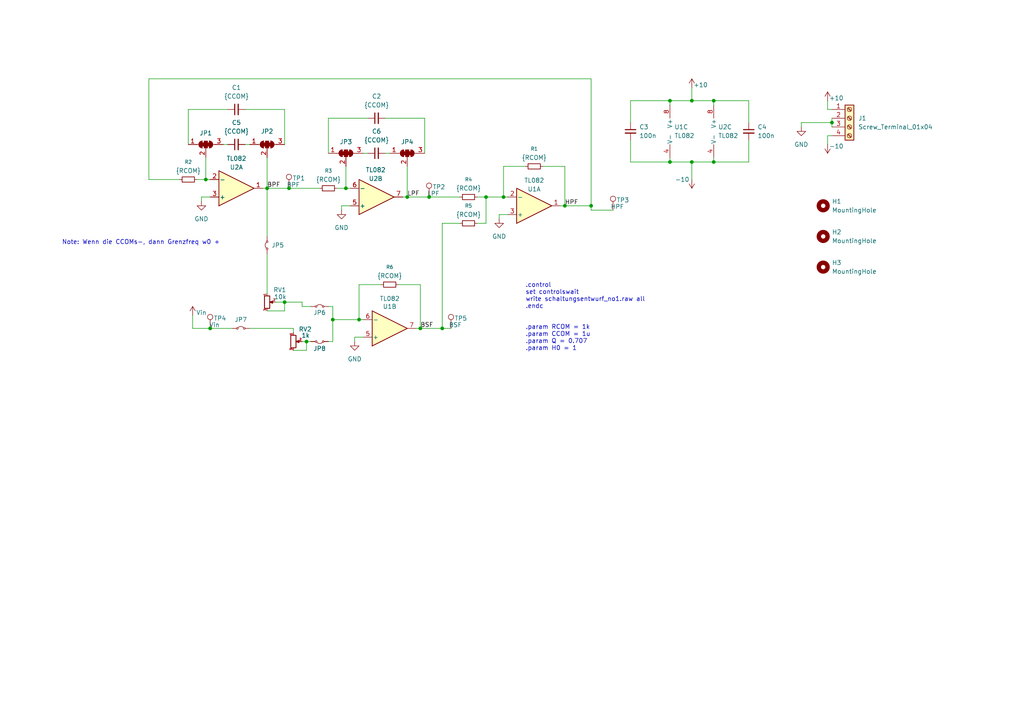
<source format=kicad_sch>
(kicad_sch
	(version 20250114)
	(generator "eeschema")
	(generator_version "9.0")
	(uuid "ce7b7619-73e1-440a-94f8-6ffb727379b4")
	(paper "A4")
	(lib_symbols
		(symbol "000_My_Symbols:Testpoint"
			(pin_numbers
				(hide yes)
			)
			(pin_names
				(hide yes)
			)
			(exclude_from_sim no)
			(in_bom yes)
			(on_board yes)
			(property "Reference" "TP"
				(at 0.254 5.334 0)
				(effects
					(font
						(size 1.27 1.27)
					)
				)
			)
			(property "Value" "${SHORT_NET_NAME(1)}"
				(at 6.35 7.874 0)
				(effects
					(font
						(size 1.27 1.27)
					)
				)
			)
			(property "Footprint" "000_Often_Used_Footprints:TestPoint"
				(at 0 0 0)
				(effects
					(font
						(size 1.27 1.27)
					)
					(hide yes)
				)
			)
			(property "Datasheet" ""
				(at 0 0 0)
				(effects
					(font
						(size 1.27 1.27)
					)
					(hide yes)
				)
			)
			(property "Description" ""
				(at 0 0 0)
				(effects
					(font
						(size 1.27 1.27)
					)
					(hide yes)
				)
			)
			(symbol "Testpoint_0_1"
				(circle
					(center 0 3.302)
					(radius 0.762)
					(stroke
						(width 0)
						(type default)
					)
					(fill
						(type none)
					)
				)
			)
			(symbol "Testpoint_1_1"
				(pin passive line
					(at 0 0 90)
					(length 2.54)
					(name "1"
						(effects
							(font
								(size 1.27 1.27)
							)
						)
					)
					(number "1"
						(effects
							(font
								(size 1.27 1.27)
							)
						)
					)
				)
			)
			(embedded_fonts no)
		)
		(symbol "Amplifier_Operational:TL082"
			(pin_names
				(offset 0.127)
			)
			(exclude_from_sim no)
			(in_bom yes)
			(on_board yes)
			(property "Reference" "U"
				(at 0 5.08 0)
				(effects
					(font
						(size 1.27 1.27)
					)
					(justify left)
				)
			)
			(property "Value" "TL082"
				(at 0 -5.08 0)
				(effects
					(font
						(size 1.27 1.27)
					)
					(justify left)
				)
			)
			(property "Footprint" ""
				(at 0 0 0)
				(effects
					(font
						(size 1.27 1.27)
					)
					(hide yes)
				)
			)
			(property "Datasheet" "http://www.ti.com/lit/ds/symlink/tl081.pdf"
				(at 0 0 0)
				(effects
					(font
						(size 1.27 1.27)
					)
					(hide yes)
				)
			)
			(property "Description" "Dual JFET-Input Operational Amplifiers, DIP-8/SOIC-8/SSOP-8"
				(at 0 0 0)
				(effects
					(font
						(size 1.27 1.27)
					)
					(hide yes)
				)
			)
			(property "ki_locked" ""
				(at 0 0 0)
				(effects
					(font
						(size 1.27 1.27)
					)
				)
			)
			(property "ki_keywords" "dual opamp"
				(at 0 0 0)
				(effects
					(font
						(size 1.27 1.27)
					)
					(hide yes)
				)
			)
			(property "ki_fp_filters" "SOIC*3.9x4.9mm*P1.27mm* DIP*W7.62mm* TO*99* OnSemi*Micro8* TSSOP*3x3mm*P0.65mm* TSSOP*4.4x3mm*P0.65mm* MSOP*3x3mm*P0.65mm* SSOP*3.9x4.9mm*P0.635mm* LFCSP*2x2mm*P0.5mm* *SIP* SOIC*5.3x6.2mm*P1.27mm*"
				(at 0 0 0)
				(effects
					(font
						(size 1.27 1.27)
					)
					(hide yes)
				)
			)
			(symbol "TL082_1_1"
				(polyline
					(pts
						(xy -5.08 5.08) (xy 5.08 0) (xy -5.08 -5.08) (xy -5.08 5.08)
					)
					(stroke
						(width 0.254)
						(type default)
					)
					(fill
						(type background)
					)
				)
				(pin input line
					(at -7.62 2.54 0)
					(length 2.54)
					(name "+"
						(effects
							(font
								(size 1.27 1.27)
							)
						)
					)
					(number "3"
						(effects
							(font
								(size 1.27 1.27)
							)
						)
					)
				)
				(pin input line
					(at -7.62 -2.54 0)
					(length 2.54)
					(name "-"
						(effects
							(font
								(size 1.27 1.27)
							)
						)
					)
					(number "2"
						(effects
							(font
								(size 1.27 1.27)
							)
						)
					)
				)
				(pin output line
					(at 7.62 0 180)
					(length 2.54)
					(name "~"
						(effects
							(font
								(size 1.27 1.27)
							)
						)
					)
					(number "1"
						(effects
							(font
								(size 1.27 1.27)
							)
						)
					)
				)
			)
			(symbol "TL082_2_1"
				(polyline
					(pts
						(xy -5.08 5.08) (xy 5.08 0) (xy -5.08 -5.08) (xy -5.08 5.08)
					)
					(stroke
						(width 0.254)
						(type default)
					)
					(fill
						(type background)
					)
				)
				(pin input line
					(at -7.62 2.54 0)
					(length 2.54)
					(name "+"
						(effects
							(font
								(size 1.27 1.27)
							)
						)
					)
					(number "5"
						(effects
							(font
								(size 1.27 1.27)
							)
						)
					)
				)
				(pin input line
					(at -7.62 -2.54 0)
					(length 2.54)
					(name "-"
						(effects
							(font
								(size 1.27 1.27)
							)
						)
					)
					(number "6"
						(effects
							(font
								(size 1.27 1.27)
							)
						)
					)
				)
				(pin output line
					(at 7.62 0 180)
					(length 2.54)
					(name "~"
						(effects
							(font
								(size 1.27 1.27)
							)
						)
					)
					(number "7"
						(effects
							(font
								(size 1.27 1.27)
							)
						)
					)
				)
			)
			(symbol "TL082_3_1"
				(pin power_in line
					(at -2.54 7.62 270)
					(length 3.81)
					(name "V+"
						(effects
							(font
								(size 1.27 1.27)
							)
						)
					)
					(number "8"
						(effects
							(font
								(size 1.27 1.27)
							)
						)
					)
				)
				(pin power_in line
					(at -2.54 -7.62 90)
					(length 3.81)
					(name "V-"
						(effects
							(font
								(size 1.27 1.27)
							)
						)
					)
					(number "4"
						(effects
							(font
								(size 1.27 1.27)
							)
						)
					)
				)
			)
			(embedded_fonts no)
		)
		(symbol "Connector:Screw_Terminal_01x04"
			(pin_names
				(offset 1.016)
				(hide yes)
			)
			(exclude_from_sim no)
			(in_bom yes)
			(on_board yes)
			(property "Reference" "J"
				(at 0 5.08 0)
				(effects
					(font
						(size 1.27 1.27)
					)
				)
			)
			(property "Value" "Screw_Terminal_01x04"
				(at 0 -7.62 0)
				(effects
					(font
						(size 1.27 1.27)
					)
				)
			)
			(property "Footprint" ""
				(at 0 0 0)
				(effects
					(font
						(size 1.27 1.27)
					)
					(hide yes)
				)
			)
			(property "Datasheet" "~"
				(at 0 0 0)
				(effects
					(font
						(size 1.27 1.27)
					)
					(hide yes)
				)
			)
			(property "Description" "Generic screw terminal, single row, 01x04, script generated (kicad-library-utils/schlib/autogen/connector/)"
				(at 0 0 0)
				(effects
					(font
						(size 1.27 1.27)
					)
					(hide yes)
				)
			)
			(property "ki_keywords" "screw terminal"
				(at 0 0 0)
				(effects
					(font
						(size 1.27 1.27)
					)
					(hide yes)
				)
			)
			(property "ki_fp_filters" "TerminalBlock*:*"
				(at 0 0 0)
				(effects
					(font
						(size 1.27 1.27)
					)
					(hide yes)
				)
			)
			(symbol "Screw_Terminal_01x04_1_1"
				(rectangle
					(start -1.27 3.81)
					(end 1.27 -6.35)
					(stroke
						(width 0.254)
						(type default)
					)
					(fill
						(type background)
					)
				)
				(polyline
					(pts
						(xy -0.5334 2.8702) (xy 0.3302 2.032)
					)
					(stroke
						(width 0.1524)
						(type default)
					)
					(fill
						(type none)
					)
				)
				(polyline
					(pts
						(xy -0.5334 0.3302) (xy 0.3302 -0.508)
					)
					(stroke
						(width 0.1524)
						(type default)
					)
					(fill
						(type none)
					)
				)
				(polyline
					(pts
						(xy -0.5334 -2.2098) (xy 0.3302 -3.048)
					)
					(stroke
						(width 0.1524)
						(type default)
					)
					(fill
						(type none)
					)
				)
				(polyline
					(pts
						(xy -0.5334 -4.7498) (xy 0.3302 -5.588)
					)
					(stroke
						(width 0.1524)
						(type default)
					)
					(fill
						(type none)
					)
				)
				(polyline
					(pts
						(xy -0.3556 3.048) (xy 0.508 2.2098)
					)
					(stroke
						(width 0.1524)
						(type default)
					)
					(fill
						(type none)
					)
				)
				(polyline
					(pts
						(xy -0.3556 0.508) (xy 0.508 -0.3302)
					)
					(stroke
						(width 0.1524)
						(type default)
					)
					(fill
						(type none)
					)
				)
				(polyline
					(pts
						(xy -0.3556 -2.032) (xy 0.508 -2.8702)
					)
					(stroke
						(width 0.1524)
						(type default)
					)
					(fill
						(type none)
					)
				)
				(polyline
					(pts
						(xy -0.3556 -4.572) (xy 0.508 -5.4102)
					)
					(stroke
						(width 0.1524)
						(type default)
					)
					(fill
						(type none)
					)
				)
				(circle
					(center 0 2.54)
					(radius 0.635)
					(stroke
						(width 0.1524)
						(type default)
					)
					(fill
						(type none)
					)
				)
				(circle
					(center 0 0)
					(radius 0.635)
					(stroke
						(width 0.1524)
						(type default)
					)
					(fill
						(type none)
					)
				)
				(circle
					(center 0 -2.54)
					(radius 0.635)
					(stroke
						(width 0.1524)
						(type default)
					)
					(fill
						(type none)
					)
				)
				(circle
					(center 0 -5.08)
					(radius 0.635)
					(stroke
						(width 0.1524)
						(type default)
					)
					(fill
						(type none)
					)
				)
				(pin passive line
					(at -5.08 2.54 0)
					(length 3.81)
					(name "Pin_1"
						(effects
							(font
								(size 1.27 1.27)
							)
						)
					)
					(number "1"
						(effects
							(font
								(size 1.27 1.27)
							)
						)
					)
				)
				(pin passive line
					(at -5.08 0 0)
					(length 3.81)
					(name "Pin_2"
						(effects
							(font
								(size 1.27 1.27)
							)
						)
					)
					(number "2"
						(effects
							(font
								(size 1.27 1.27)
							)
						)
					)
				)
				(pin passive line
					(at -5.08 -2.54 0)
					(length 3.81)
					(name "Pin_3"
						(effects
							(font
								(size 1.27 1.27)
							)
						)
					)
					(number "3"
						(effects
							(font
								(size 1.27 1.27)
							)
						)
					)
				)
				(pin passive line
					(at -5.08 -5.08 0)
					(length 3.81)
					(name "Pin_4"
						(effects
							(font
								(size 1.27 1.27)
							)
						)
					)
					(number "4"
						(effects
							(font
								(size 1.27 1.27)
							)
						)
					)
				)
			)
			(embedded_fonts no)
		)
		(symbol "Device:C_Small"
			(pin_numbers
				(hide yes)
			)
			(pin_names
				(offset 0.254)
				(hide yes)
			)
			(exclude_from_sim no)
			(in_bom yes)
			(on_board yes)
			(property "Reference" "C"
				(at 0.254 1.778 0)
				(effects
					(font
						(size 1.27 1.27)
					)
					(justify left)
				)
			)
			(property "Value" "C_Small"
				(at 0.254 -2.032 0)
				(effects
					(font
						(size 1.27 1.27)
					)
					(justify left)
				)
			)
			(property "Footprint" ""
				(at 0 0 0)
				(effects
					(font
						(size 1.27 1.27)
					)
					(hide yes)
				)
			)
			(property "Datasheet" "~"
				(at 0 0 0)
				(effects
					(font
						(size 1.27 1.27)
					)
					(hide yes)
				)
			)
			(property "Description" "Unpolarized capacitor, small symbol"
				(at 0 0 0)
				(effects
					(font
						(size 1.27 1.27)
					)
					(hide yes)
				)
			)
			(property "ki_keywords" "capacitor cap"
				(at 0 0 0)
				(effects
					(font
						(size 1.27 1.27)
					)
					(hide yes)
				)
			)
			(property "ki_fp_filters" "C_*"
				(at 0 0 0)
				(effects
					(font
						(size 1.27 1.27)
					)
					(hide yes)
				)
			)
			(symbol "C_Small_0_1"
				(polyline
					(pts
						(xy -1.524 0.508) (xy 1.524 0.508)
					)
					(stroke
						(width 0.3048)
						(type default)
					)
					(fill
						(type none)
					)
				)
				(polyline
					(pts
						(xy -1.524 -0.508) (xy 1.524 -0.508)
					)
					(stroke
						(width 0.3302)
						(type default)
					)
					(fill
						(type none)
					)
				)
			)
			(symbol "C_Small_1_1"
				(pin passive line
					(at 0 2.54 270)
					(length 2.032)
					(name "~"
						(effects
							(font
								(size 1.27 1.27)
							)
						)
					)
					(number "1"
						(effects
							(font
								(size 1.27 1.27)
							)
						)
					)
				)
				(pin passive line
					(at 0 -2.54 90)
					(length 2.032)
					(name "~"
						(effects
							(font
								(size 1.27 1.27)
							)
						)
					)
					(number "2"
						(effects
							(font
								(size 1.27 1.27)
							)
						)
					)
				)
			)
			(embedded_fonts no)
		)
		(symbol "Device:R_Potentiometer_Small"
			(pin_names
				(offset 1.016)
				(hide yes)
			)
			(exclude_from_sim no)
			(in_bom yes)
			(on_board yes)
			(property "Reference" "RV"
				(at -4.445 0 90)
				(effects
					(font
						(size 1.27 1.27)
					)
				)
			)
			(property "Value" "R_Potentiometer_Small"
				(at -2.54 0 90)
				(effects
					(font
						(size 1.27 1.27)
					)
				)
			)
			(property "Footprint" ""
				(at 0 0 0)
				(effects
					(font
						(size 1.27 1.27)
					)
					(hide yes)
				)
			)
			(property "Datasheet" "~"
				(at 0 0 0)
				(effects
					(font
						(size 1.27 1.27)
					)
					(hide yes)
				)
			)
			(property "Description" "Potentiometer"
				(at 0 0 0)
				(effects
					(font
						(size 1.27 1.27)
					)
					(hide yes)
				)
			)
			(property "ki_keywords" "resistor variable"
				(at 0 0 0)
				(effects
					(font
						(size 1.27 1.27)
					)
					(hide yes)
				)
			)
			(property "ki_fp_filters" "Potentiometer*"
				(at 0 0 0)
				(effects
					(font
						(size 1.27 1.27)
					)
					(hide yes)
				)
			)
			(symbol "R_Potentiometer_Small_0_1"
				(rectangle
					(start 0.762 1.8034)
					(end -0.762 -1.8034)
					(stroke
						(width 0.254)
						(type default)
					)
					(fill
						(type none)
					)
				)
				(polyline
					(pts
						(xy 0.889 0) (xy 0.635 0) (xy 1.651 0.381) (xy 1.651 -0.381) (xy 0.635 0) (xy 0.889 0)
					)
					(stroke
						(width 0)
						(type default)
					)
					(fill
						(type outline)
					)
				)
			)
			(symbol "R_Potentiometer_Small_1_1"
				(pin passive line
					(at 0 2.54 270)
					(length 0.635)
					(name "1"
						(effects
							(font
								(size 0.635 0.635)
							)
						)
					)
					(number "1"
						(effects
							(font
								(size 0.635 0.635)
							)
						)
					)
				)
				(pin passive line
					(at 0 -2.54 90)
					(length 0.635)
					(name "3"
						(effects
							(font
								(size 0.635 0.635)
							)
						)
					)
					(number "3"
						(effects
							(font
								(size 0.635 0.635)
							)
						)
					)
				)
				(pin passive line
					(at 2.54 0 180)
					(length 0.9906)
					(name "2"
						(effects
							(font
								(size 0.635 0.635)
							)
						)
					)
					(number "2"
						(effects
							(font
								(size 0.635 0.635)
							)
						)
					)
				)
			)
			(embedded_fonts no)
		)
		(symbol "Device:R_Small"
			(pin_numbers
				(hide yes)
			)
			(pin_names
				(offset 0.254)
				(hide yes)
			)
			(exclude_from_sim no)
			(in_bom yes)
			(on_board yes)
			(property "Reference" "R"
				(at 0 0 90)
				(effects
					(font
						(size 1.016 1.016)
					)
				)
			)
			(property "Value" "R_Small"
				(at 1.778 0 90)
				(effects
					(font
						(size 1.27 1.27)
					)
				)
			)
			(property "Footprint" ""
				(at 0 0 0)
				(effects
					(font
						(size 1.27 1.27)
					)
					(hide yes)
				)
			)
			(property "Datasheet" "~"
				(at 0 0 0)
				(effects
					(font
						(size 1.27 1.27)
					)
					(hide yes)
				)
			)
			(property "Description" "Resistor, small symbol"
				(at 0 0 0)
				(effects
					(font
						(size 1.27 1.27)
					)
					(hide yes)
				)
			)
			(property "ki_keywords" "R resistor"
				(at 0 0 0)
				(effects
					(font
						(size 1.27 1.27)
					)
					(hide yes)
				)
			)
			(property "ki_fp_filters" "R_*"
				(at 0 0 0)
				(effects
					(font
						(size 1.27 1.27)
					)
					(hide yes)
				)
			)
			(symbol "R_Small_0_1"
				(rectangle
					(start -0.762 1.778)
					(end 0.762 -1.778)
					(stroke
						(width 0.2032)
						(type default)
					)
					(fill
						(type none)
					)
				)
			)
			(symbol "R_Small_1_1"
				(pin passive line
					(at 0 2.54 270)
					(length 0.762)
					(name "~"
						(effects
							(font
								(size 1.27 1.27)
							)
						)
					)
					(number "1"
						(effects
							(font
								(size 1.27 1.27)
							)
						)
					)
				)
				(pin passive line
					(at 0 -2.54 90)
					(length 0.762)
					(name "~"
						(effects
							(font
								(size 1.27 1.27)
							)
						)
					)
					(number "2"
						(effects
							(font
								(size 1.27 1.27)
							)
						)
					)
				)
			)
			(embedded_fonts no)
		)
		(symbol "Jumper:Jumper_2_Small_Bridged"
			(pin_numbers
				(hide yes)
			)
			(pin_names
				(offset 0)
				(hide yes)
			)
			(exclude_from_sim no)
			(in_bom yes)
			(on_board yes)
			(property "Reference" "JP"
				(at 0 2.032 0)
				(effects
					(font
						(size 1.27 1.27)
					)
				)
			)
			(property "Value" "Jumper_2_Small_Bridged"
				(at 0 -2.286 0)
				(effects
					(font
						(size 1.27 1.27)
					)
				)
			)
			(property "Footprint" ""
				(at 0 0 0)
				(effects
					(font
						(size 1.27 1.27)
					)
					(hide yes)
				)
			)
			(property "Datasheet" "~"
				(at 0 0 0)
				(effects
					(font
						(size 1.27 1.27)
					)
					(hide yes)
				)
			)
			(property "Description" "Jumper, 2-pole, small symbol, bridged"
				(at 0 0 0)
				(effects
					(font
						(size 1.27 1.27)
					)
					(hide yes)
				)
			)
			(property "ki_keywords" "Jumper SPST"
				(at 0 0 0)
				(effects
					(font
						(size 1.27 1.27)
					)
					(hide yes)
				)
			)
			(property "ki_fp_filters" "Jumper* TestPoint*2Pads* TestPoint*Bridge*"
				(at 0 0 0)
				(effects
					(font
						(size 1.27 1.27)
					)
					(hide yes)
				)
			)
			(symbol "Jumper_2_Small_Bridged_0_0"
				(circle
					(center -1.016 0)
					(radius 0.254)
					(stroke
						(width 0)
						(type default)
					)
					(fill
						(type none)
					)
				)
				(circle
					(center 1.016 0)
					(radius 0.254)
					(stroke
						(width 0)
						(type default)
					)
					(fill
						(type none)
					)
				)
			)
			(symbol "Jumper_2_Small_Bridged_0_1"
				(arc
					(start -0.762 0.254)
					(mid 0 0.5696)
					(end 0.762 0.254)
					(stroke
						(width 0)
						(type default)
					)
					(fill
						(type none)
					)
				)
			)
			(symbol "Jumper_2_Small_Bridged_1_1"
				(pin passive line
					(at -2.54 0 0)
					(length 1.27)
					(name "A"
						(effects
							(font
								(size 1.27 1.27)
							)
						)
					)
					(number "1"
						(effects
							(font
								(size 1.27 1.27)
							)
						)
					)
				)
				(pin passive line
					(at 2.54 0 180)
					(length 1.27)
					(name "B"
						(effects
							(font
								(size 1.27 1.27)
							)
						)
					)
					(number "2"
						(effects
							(font
								(size 1.27 1.27)
							)
						)
					)
				)
			)
			(embedded_fonts no)
		)
		(symbol "Jumper:SolderJumper_3_Bridged123"
			(pin_names
				(offset 0)
				(hide yes)
			)
			(exclude_from_sim no)
			(in_bom no)
			(on_board yes)
			(property "Reference" "JP"
				(at -2.54 -2.54 0)
				(effects
					(font
						(size 1.27 1.27)
					)
				)
			)
			(property "Value" "SolderJumper_3_Bridged123"
				(at 0 2.794 0)
				(effects
					(font
						(size 1.27 1.27)
					)
				)
			)
			(property "Footprint" ""
				(at 0 0 0)
				(effects
					(font
						(size 1.27 1.27)
					)
					(hide yes)
				)
			)
			(property "Datasheet" "~"
				(at 0 0 0)
				(effects
					(font
						(size 1.27 1.27)
					)
					(hide yes)
				)
			)
			(property "Description" "Solder Jumper, 3-pole, pins 1+2+3 closed/bridged"
				(at 0 0 0)
				(effects
					(font
						(size 1.27 1.27)
					)
					(hide yes)
				)
			)
			(property "ki_keywords" "Solder Jumper SPDT"
				(at 0 0 0)
				(effects
					(font
						(size 1.27 1.27)
					)
					(hide yes)
				)
			)
			(property "ki_fp_filters" "SolderJumper*Bridged123*"
				(at 0 0 0)
				(effects
					(font
						(size 1.27 1.27)
					)
					(hide yes)
				)
			)
			(symbol "SolderJumper_3_Bridged123_0_1"
				(polyline
					(pts
						(xy -2.54 0) (xy -2.032 0)
					)
					(stroke
						(width 0)
						(type default)
					)
					(fill
						(type none)
					)
				)
				(polyline
					(pts
						(xy -1.016 1.016) (xy -1.016 -1.016)
					)
					(stroke
						(width 0)
						(type default)
					)
					(fill
						(type none)
					)
				)
				(rectangle
					(start -1.016 0.508)
					(end -0.508 -0.508)
					(stroke
						(width 0)
						(type default)
					)
					(fill
						(type outline)
					)
				)
				(arc
					(start -1.016 -1.016)
					(mid -2.0276 0)
					(end -1.016 1.016)
					(stroke
						(width 0)
						(type default)
					)
					(fill
						(type none)
					)
				)
				(arc
					(start -1.016 -1.016)
					(mid -2.0276 0)
					(end -1.016 1.016)
					(stroke
						(width 0)
						(type default)
					)
					(fill
						(type outline)
					)
				)
				(rectangle
					(start -0.508 1.016)
					(end 0.508 -1.016)
					(stroke
						(width 0)
						(type default)
					)
					(fill
						(type outline)
					)
				)
				(polyline
					(pts
						(xy 0 -1.27) (xy 0 -1.016)
					)
					(stroke
						(width 0)
						(type default)
					)
					(fill
						(type none)
					)
				)
				(rectangle
					(start 0.508 0.508)
					(end 1.016 -0.508)
					(stroke
						(width 0)
						(type default)
					)
					(fill
						(type outline)
					)
				)
				(arc
					(start 1.016 1.016)
					(mid 2.0276 0)
					(end 1.016 -1.016)
					(stroke
						(width 0)
						(type default)
					)
					(fill
						(type none)
					)
				)
				(arc
					(start 1.016 1.016)
					(mid 2.0276 0)
					(end 1.016 -1.016)
					(stroke
						(width 0)
						(type default)
					)
					(fill
						(type outline)
					)
				)
				(polyline
					(pts
						(xy 1.016 1.016) (xy 1.016 -1.016)
					)
					(stroke
						(width 0)
						(type default)
					)
					(fill
						(type none)
					)
				)
				(polyline
					(pts
						(xy 2.54 0) (xy 2.032 0)
					)
					(stroke
						(width 0)
						(type default)
					)
					(fill
						(type none)
					)
				)
			)
			(symbol "SolderJumper_3_Bridged123_1_1"
				(pin passive line
					(at -5.08 0 0)
					(length 2.54)
					(name "A"
						(effects
							(font
								(size 1.27 1.27)
							)
						)
					)
					(number "1"
						(effects
							(font
								(size 1.27 1.27)
							)
						)
					)
				)
				(pin passive line
					(at 0 -3.81 90)
					(length 2.54)
					(name "C"
						(effects
							(font
								(size 1.27 1.27)
							)
						)
					)
					(number "2"
						(effects
							(font
								(size 1.27 1.27)
							)
						)
					)
				)
				(pin passive line
					(at 5.08 0 180)
					(length 2.54)
					(name "B"
						(effects
							(font
								(size 1.27 1.27)
							)
						)
					)
					(number "3"
						(effects
							(font
								(size 1.27 1.27)
							)
						)
					)
				)
			)
			(embedded_fonts no)
		)
		(symbol "Mechanical:MountingHole"
			(pin_names
				(offset 1.016)
			)
			(exclude_from_sim no)
			(in_bom no)
			(on_board yes)
			(property "Reference" "H"
				(at 0 5.08 0)
				(effects
					(font
						(size 1.27 1.27)
					)
				)
			)
			(property "Value" "MountingHole"
				(at 0 3.175 0)
				(effects
					(font
						(size 1.27 1.27)
					)
				)
			)
			(property "Footprint" ""
				(at 0 0 0)
				(effects
					(font
						(size 1.27 1.27)
					)
					(hide yes)
				)
			)
			(property "Datasheet" "~"
				(at 0 0 0)
				(effects
					(font
						(size 1.27 1.27)
					)
					(hide yes)
				)
			)
			(property "Description" "Mounting Hole without connection"
				(at 0 0 0)
				(effects
					(font
						(size 1.27 1.27)
					)
					(hide yes)
				)
			)
			(property "ki_keywords" "mounting hole"
				(at 0 0 0)
				(effects
					(font
						(size 1.27 1.27)
					)
					(hide yes)
				)
			)
			(property "ki_fp_filters" "MountingHole*"
				(at 0 0 0)
				(effects
					(font
						(size 1.27 1.27)
					)
					(hide yes)
				)
			)
			(symbol "MountingHole_0_1"
				(circle
					(center 0 0)
					(radius 1.27)
					(stroke
						(width 1.27)
						(type default)
					)
					(fill
						(type none)
					)
				)
			)
			(embedded_fonts no)
		)
		(symbol "power:+5V"
			(power)
			(pin_numbers
				(hide yes)
			)
			(pin_names
				(offset 0)
				(hide yes)
			)
			(exclude_from_sim no)
			(in_bom yes)
			(on_board yes)
			(property "Reference" "#PWR"
				(at 0 -3.81 0)
				(effects
					(font
						(size 1.27 1.27)
					)
					(hide yes)
				)
			)
			(property "Value" "+5V"
				(at 0 3.556 0)
				(effects
					(font
						(size 1.27 1.27)
					)
				)
			)
			(property "Footprint" ""
				(at 0 0 0)
				(effects
					(font
						(size 1.27 1.27)
					)
					(hide yes)
				)
			)
			(property "Datasheet" ""
				(at 0 0 0)
				(effects
					(font
						(size 1.27 1.27)
					)
					(hide yes)
				)
			)
			(property "Description" "Power symbol creates a global label with name \"+5V\""
				(at 0 0 0)
				(effects
					(font
						(size 1.27 1.27)
					)
					(hide yes)
				)
			)
			(property "ki_keywords" "global power"
				(at 0 0 0)
				(effects
					(font
						(size 1.27 1.27)
					)
					(hide yes)
				)
			)
			(symbol "+5V_0_1"
				(polyline
					(pts
						(xy -0.762 1.27) (xy 0 2.54)
					)
					(stroke
						(width 0)
						(type default)
					)
					(fill
						(type none)
					)
				)
				(polyline
					(pts
						(xy 0 2.54) (xy 0.762 1.27)
					)
					(stroke
						(width 0)
						(type default)
					)
					(fill
						(type none)
					)
				)
				(polyline
					(pts
						(xy 0 0) (xy 0 2.54)
					)
					(stroke
						(width 0)
						(type default)
					)
					(fill
						(type none)
					)
				)
			)
			(symbol "+5V_1_1"
				(pin power_in line
					(at 0 0 90)
					(length 0)
					(name "~"
						(effects
							(font
								(size 1.27 1.27)
							)
						)
					)
					(number "1"
						(effects
							(font
								(size 1.27 1.27)
							)
						)
					)
				)
			)
			(embedded_fonts no)
		)
		(symbol "power:GND"
			(power)
			(pin_numbers
				(hide yes)
			)
			(pin_names
				(offset 0)
				(hide yes)
			)
			(exclude_from_sim no)
			(in_bom yes)
			(on_board yes)
			(property "Reference" "#PWR"
				(at 0 -6.35 0)
				(effects
					(font
						(size 1.27 1.27)
					)
					(hide yes)
				)
			)
			(property "Value" "GND"
				(at 0 -3.81 0)
				(effects
					(font
						(size 1.27 1.27)
					)
				)
			)
			(property "Footprint" ""
				(at 0 0 0)
				(effects
					(font
						(size 1.27 1.27)
					)
					(hide yes)
				)
			)
			(property "Datasheet" ""
				(at 0 0 0)
				(effects
					(font
						(size 1.27 1.27)
					)
					(hide yes)
				)
			)
			(property "Description" "Power symbol creates a global label with name \"GND\" , ground"
				(at 0 0 0)
				(effects
					(font
						(size 1.27 1.27)
					)
					(hide yes)
				)
			)
			(property "ki_keywords" "global power"
				(at 0 0 0)
				(effects
					(font
						(size 1.27 1.27)
					)
					(hide yes)
				)
			)
			(symbol "GND_0_1"
				(polyline
					(pts
						(xy 0 0) (xy 0 -1.27) (xy 1.27 -1.27) (xy 0 -2.54) (xy -1.27 -1.27) (xy 0 -1.27)
					)
					(stroke
						(width 0)
						(type default)
					)
					(fill
						(type none)
					)
				)
			)
			(symbol "GND_1_1"
				(pin power_in line
					(at 0 0 270)
					(length 0)
					(name "~"
						(effects
							(font
								(size 1.27 1.27)
							)
						)
					)
					(number "1"
						(effects
							(font
								(size 1.27 1.27)
							)
						)
					)
				)
			)
			(embedded_fonts no)
		)
	)
	(text ".param RCOM = 1k\n.param CCOM = 1u\n.param Q = 0.707\n.param H0 = 1"
		(exclude_from_sim no)
		(at 152.4 94.234 0)
		(effects
			(font
				(size 1.27 1.27)
			)
			(justify left top)
		)
		(uuid "853f9aa5-8703-48ea-aafd-5d9962612a23")
	)
	(text "Note: Wenn die CCOMs-, dann Grenzfreq w0 +"
		(exclude_from_sim no)
		(at 40.894 70.358 0)
		(effects
			(font
				(size 1.27 1.27)
			)
		)
		(uuid "be12a694-4604-44c8-bcef-6c3ad4e283f6")
	)
	(text ".control\nset controlswait\nwrite schaltungsentwurf_no1.raw all\n.endc"
		(exclude_from_sim no)
		(at 152.4 85.852 0)
		(effects
			(font
				(size 1.27 1.27)
			)
			(justify left)
		)
		(uuid "d91aefed-dde6-4b88-9693-52d105076afb")
	)
	(junction
		(at 118.11 57.15)
		(diameter 0)
		(color 0 0 0 0)
		(uuid "08ca0451-b77c-4a0c-9a70-36b2878797c8")
	)
	(junction
		(at 241.3 35.56)
		(diameter 0)
		(color 0 0 0 0)
		(uuid "0ad659c5-8c96-4d22-bae5-9f97d8db58da")
	)
	(junction
		(at 140.97 57.15)
		(diameter 0)
		(color 0 0 0 0)
		(uuid "13e47edd-fb55-4607-9e2b-9d5c46600c76")
	)
	(junction
		(at 121.92 95.25)
		(diameter 0)
		(color 0 0 0 0)
		(uuid "24e63363-7c86-499d-b816-8c6d15c73a52")
	)
	(junction
		(at 194.31 29.21)
		(diameter 0)
		(color 0 0 0 0)
		(uuid "28cfc05d-9a6c-47e5-94d3-4e312a2155af")
	)
	(junction
		(at 207.01 46.99)
		(diameter 0)
		(color 0 0 0 0)
		(uuid "4cc096c0-42f0-442f-b625-6513bcbd9404")
	)
	(junction
		(at 128.27 95.25)
		(diameter 0)
		(color 0 0 0 0)
		(uuid "61b63c54-b8ee-43a8-a13e-90776f9968f9")
	)
	(junction
		(at 60.96 95.25)
		(diameter 0)
		(color 0 0 0 0)
		(uuid "693a97ad-6d85-4ee0-b854-da1aac7bc61b")
	)
	(junction
		(at 104.14 92.71)
		(diameter 0)
		(color 0 0 0 0)
		(uuid "6a5c9441-2d75-4bdd-9368-182ae8ae9067")
	)
	(junction
		(at 83.82 54.61)
		(diameter 0)
		(color 0 0 0 0)
		(uuid "858d41b5-aa1b-48ce-8034-e8c956914566")
	)
	(junction
		(at 59.69 52.07)
		(diameter 0)
		(color 0 0 0 0)
		(uuid "87e358b9-bb42-440f-b43d-21a39759fc38")
	)
	(junction
		(at 194.31 46.99)
		(diameter 0)
		(color 0 0 0 0)
		(uuid "8d7dcc3f-66c1-49d4-b052-2ced1e80b837")
	)
	(junction
		(at 77.47 54.61)
		(diameter 0)
		(color 0 0 0 0)
		(uuid "9d77adb4-7d25-4b28-a9df-eeac0290f870")
	)
	(junction
		(at 146.05 57.15)
		(diameter 0)
		(color 0 0 0 0)
		(uuid "a1319ba9-43b7-43a1-88da-290d3233b4d7")
	)
	(junction
		(at 163.83 59.69)
		(diameter 0)
		(color 0 0 0 0)
		(uuid "a152d582-8582-4c36-a7b6-542f84c6bc81")
	)
	(junction
		(at 96.52 92.71)
		(diameter 0)
		(color 0 0 0 0)
		(uuid "a18b557d-2fd3-4a6f-be2e-b58ee7c6a12b")
	)
	(junction
		(at 88.9 99.06)
		(diameter 0)
		(color 0 0 0 0)
		(uuid "a92aa244-486e-4158-9129-a821004ece84")
	)
	(junction
		(at 171.45 59.69)
		(diameter 0)
		(color 0 0 0 0)
		(uuid "b542f7c1-3cbd-48e3-ae2a-7a14d6784d48")
	)
	(junction
		(at 82.55 87.63)
		(diameter 0)
		(color 0 0 0 0)
		(uuid "b8c0f3c8-3f96-4da9-893f-0d9a85fb3418")
	)
	(junction
		(at 100.33 54.61)
		(diameter 0)
		(color 0 0 0 0)
		(uuid "b978d8de-b693-45d4-9457-b5f2fe967684")
	)
	(junction
		(at 124.46 57.15)
		(diameter 0)
		(color 0 0 0 0)
		(uuid "ba78cc1d-fd3d-4f64-bcbb-580ab5a02176")
	)
	(junction
		(at 207.01 29.21)
		(diameter 0)
		(color 0 0 0 0)
		(uuid "d6a57983-739d-4b1d-8987-b2dac4de134d")
	)
	(junction
		(at 200.66 29.21)
		(diameter 0)
		(color 0 0 0 0)
		(uuid "e05cbf9d-a74d-4ead-8e65-d6b7b5ecf3db")
	)
	(junction
		(at 200.66 46.99)
		(diameter 0)
		(color 0 0 0 0)
		(uuid "f7ae73a9-9417-46c9-9910-ba1ea1cbd35a")
	)
	(wire
		(pts
			(xy 118.11 57.15) (xy 124.46 57.15)
		)
		(stroke
			(width 0)
			(type default)
		)
		(uuid "002d0906-f390-4fcf-9e80-22362e54cd84")
	)
	(wire
		(pts
			(xy 207.01 46.99) (xy 200.66 46.99)
		)
		(stroke
			(width 0)
			(type default)
		)
		(uuid "004cb206-7331-4bd3-b720-46b69bbfc7d5")
	)
	(wire
		(pts
			(xy 138.43 57.15) (xy 140.97 57.15)
		)
		(stroke
			(width 0)
			(type default)
		)
		(uuid "005b6dfc-8189-491e-b3b9-1c7d04530eef")
	)
	(wire
		(pts
			(xy 111.76 34.29) (xy 123.19 34.29)
		)
		(stroke
			(width 0)
			(type default)
		)
		(uuid "0134dffc-006d-4ada-a10d-5ee1c89f3349")
	)
	(wire
		(pts
			(xy 82.55 90.17) (xy 82.55 87.63)
		)
		(stroke
			(width 0)
			(type default)
		)
		(uuid "026633b5-a375-4c48-924c-88916d03624b")
	)
	(wire
		(pts
			(xy 217.17 29.21) (xy 207.01 29.21)
		)
		(stroke
			(width 0)
			(type default)
		)
		(uuid "03ba9d6d-68df-4646-9a72-87dbe4ea0c14")
	)
	(wire
		(pts
			(xy 83.82 54.61) (xy 92.71 54.61)
		)
		(stroke
			(width 0)
			(type default)
		)
		(uuid "059c4bd5-a0b2-4573-8809-ab0a1e7b1cb3")
	)
	(wire
		(pts
			(xy 128.27 95.25) (xy 121.92 95.25)
		)
		(stroke
			(width 0)
			(type default)
		)
		(uuid "061045f9-4e1b-4624-a074-21d8171640ce")
	)
	(wire
		(pts
			(xy 241.3 35.56) (xy 232.41 35.56)
		)
		(stroke
			(width 0)
			(type default)
		)
		(uuid "06172a98-ae5c-4b07-8ce4-26315a74ba33")
	)
	(wire
		(pts
			(xy 144.78 62.23) (xy 147.32 62.23)
		)
		(stroke
			(width 0)
			(type default)
		)
		(uuid "0bbd658d-989c-4e27-b935-524564f10b1a")
	)
	(wire
		(pts
			(xy 140.97 64.77) (xy 138.43 64.77)
		)
		(stroke
			(width 0)
			(type default)
		)
		(uuid "1115d44e-630a-419b-9407-2e590b56f366")
	)
	(wire
		(pts
			(xy 54.61 41.91) (xy 54.61 31.75)
		)
		(stroke
			(width 0)
			(type default)
		)
		(uuid "12f01583-3f8b-4571-9d79-1f525d43d643")
	)
	(wire
		(pts
			(xy 146.05 57.15) (xy 147.32 57.15)
		)
		(stroke
			(width 0)
			(type default)
		)
		(uuid "142f71f2-a6b8-4533-8e8e-1245ad6e3915")
	)
	(wire
		(pts
			(xy 97.79 54.61) (xy 100.33 54.61)
		)
		(stroke
			(width 0)
			(type default)
		)
		(uuid "181b5cf6-a779-41bc-b5e4-59b6829c8eab")
	)
	(wire
		(pts
			(xy 105.41 44.45) (xy 106.68 44.45)
		)
		(stroke
			(width 0)
			(type default)
		)
		(uuid "1a5aa40b-8bb8-42bc-a66c-375b6d717576")
	)
	(wire
		(pts
			(xy 102.87 97.79) (xy 102.87 99.06)
		)
		(stroke
			(width 0)
			(type default)
		)
		(uuid "1ad749ee-ef8d-45c8-bcbf-2e3481fc1a3b")
	)
	(wire
		(pts
			(xy 217.17 35.56) (xy 217.17 29.21)
		)
		(stroke
			(width 0)
			(type default)
		)
		(uuid "1c0d04de-a5f5-4426-9e0e-fb8bbcdc7975")
	)
	(wire
		(pts
			(xy 241.3 35.56) (xy 241.3 36.83)
		)
		(stroke
			(width 0)
			(type default)
		)
		(uuid "1f603767-b59b-498d-a522-6347934a320b")
	)
	(wire
		(pts
			(xy 96.52 88.9) (xy 96.52 92.71)
		)
		(stroke
			(width 0)
			(type default)
		)
		(uuid "1f7bb9d6-107b-446c-a59f-209a85534de4")
	)
	(wire
		(pts
			(xy 66.04 41.91) (xy 64.77 41.91)
		)
		(stroke
			(width 0)
			(type default)
		)
		(uuid "20f856a7-3955-4b9f-897b-08bed4ae560b")
	)
	(wire
		(pts
			(xy 128.27 95.25) (xy 130.81 95.25)
		)
		(stroke
			(width 0)
			(type default)
		)
		(uuid "22b23fef-f9ca-4a8e-9ef6-85f931665cbe")
	)
	(wire
		(pts
			(xy 194.31 45.72) (xy 194.31 46.99)
		)
		(stroke
			(width 0)
			(type default)
		)
		(uuid "2a439596-5a26-487c-a2b6-13f5d8321e8a")
	)
	(wire
		(pts
			(xy 241.3 34.29) (xy 241.3 35.56)
		)
		(stroke
			(width 0)
			(type default)
		)
		(uuid "2b51c4ac-535c-46d8-b98e-98520dcc359e")
	)
	(wire
		(pts
			(xy 111.76 44.45) (xy 113.03 44.45)
		)
		(stroke
			(width 0)
			(type default)
		)
		(uuid "2c13049d-4496-434f-b6a5-5a3e7b9e3b75")
	)
	(wire
		(pts
			(xy 100.33 54.61) (xy 101.6 54.61)
		)
		(stroke
			(width 0)
			(type default)
		)
		(uuid "3538ef62-49a9-45d5-b6a0-e6715650d2ea")
	)
	(wire
		(pts
			(xy 72.39 95.25) (xy 85.09 95.25)
		)
		(stroke
			(width 0)
			(type default)
		)
		(uuid "35eea190-b218-4612-920a-32ab8b00cf79")
	)
	(wire
		(pts
			(xy 104.14 82.55) (xy 104.14 92.71)
		)
		(stroke
			(width 0)
			(type default)
		)
		(uuid "39684b89-f97a-47bf-a1b6-1af3b410d1f1")
	)
	(wire
		(pts
			(xy 240.03 39.37) (xy 241.3 39.37)
		)
		(stroke
			(width 0)
			(type default)
		)
		(uuid "413072d4-2723-40a3-9086-cc2722e7caa4")
	)
	(wire
		(pts
			(xy 54.61 31.75) (xy 66.04 31.75)
		)
		(stroke
			(width 0)
			(type default)
		)
		(uuid "469da992-c90b-4e6f-a536-4dd0238ccd60")
	)
	(wire
		(pts
			(xy 182.88 35.56) (xy 182.88 29.21)
		)
		(stroke
			(width 0)
			(type default)
		)
		(uuid "47a50769-ec42-4c9e-ab91-142c658cc89e")
	)
	(wire
		(pts
			(xy 95.25 34.29) (xy 95.25 44.45)
		)
		(stroke
			(width 0)
			(type default)
		)
		(uuid "48c5ac36-9579-4c2e-813e-2883c13219b7")
	)
	(wire
		(pts
			(xy 118.11 48.26) (xy 118.11 57.15)
		)
		(stroke
			(width 0)
			(type default)
		)
		(uuid "4a847d08-f189-45e2-a91e-f357ea28888e")
	)
	(wire
		(pts
			(xy 80.01 87.63) (xy 82.55 87.63)
		)
		(stroke
			(width 0)
			(type default)
		)
		(uuid "4e4d2aac-81c0-4baa-990d-67a78d898ff1")
	)
	(wire
		(pts
			(xy 57.15 52.07) (xy 59.69 52.07)
		)
		(stroke
			(width 0)
			(type default)
		)
		(uuid "5299bde2-04fd-485c-9bff-d02a018cf198")
	)
	(wire
		(pts
			(xy 55.88 95.25) (xy 60.96 95.25)
		)
		(stroke
			(width 0)
			(type default)
		)
		(uuid "5afa89bf-94b5-4208-9e22-3b4b71b27c3c")
	)
	(wire
		(pts
			(xy 144.78 63.5) (xy 144.78 62.23)
		)
		(stroke
			(width 0)
			(type default)
		)
		(uuid "5edb39fa-09f4-4bf1-a12c-5a6748d9363e")
	)
	(wire
		(pts
			(xy 96.52 92.71) (xy 104.14 92.71)
		)
		(stroke
			(width 0)
			(type default)
		)
		(uuid "6d037fb2-04a2-483a-af2d-bd37ff738fee")
	)
	(wire
		(pts
			(xy 182.88 46.99) (xy 194.31 46.99)
		)
		(stroke
			(width 0)
			(type default)
		)
		(uuid "6df22354-bc7a-4e00-8d7b-5322ec6f19e6")
	)
	(wire
		(pts
			(xy 121.92 95.25) (xy 121.92 82.55)
		)
		(stroke
			(width 0)
			(type default)
		)
		(uuid "72f91c6e-319d-449b-b0f0-e86f1fd31dc4")
	)
	(wire
		(pts
			(xy 163.83 59.69) (xy 162.56 59.69)
		)
		(stroke
			(width 0)
			(type default)
		)
		(uuid "756db9cf-4313-4033-a6c1-8823ea3652f0")
	)
	(wire
		(pts
			(xy 106.68 34.29) (xy 95.25 34.29)
		)
		(stroke
			(width 0)
			(type default)
		)
		(uuid "785017f8-0a15-43f0-827e-211b119ba941")
	)
	(wire
		(pts
			(xy 194.31 29.21) (xy 194.31 30.48)
		)
		(stroke
			(width 0)
			(type default)
		)
		(uuid "7955b03a-6d48-4fc9-8f37-052aef990847")
	)
	(wire
		(pts
			(xy 43.18 22.86) (xy 171.45 22.86)
		)
		(stroke
			(width 0)
			(type default)
		)
		(uuid "7aab882a-507a-45bf-9eb8-10354e3713e1")
	)
	(wire
		(pts
			(xy 87.63 88.9) (xy 90.17 88.9)
		)
		(stroke
			(width 0)
			(type default)
		)
		(uuid "7add7f01-3b3e-4962-a8af-de8cf42146ad")
	)
	(wire
		(pts
			(xy 105.41 97.79) (xy 102.87 97.79)
		)
		(stroke
			(width 0)
			(type default)
		)
		(uuid "815feb98-214e-43c5-8146-6efac2387ea4")
	)
	(wire
		(pts
			(xy 200.66 46.99) (xy 194.31 46.99)
		)
		(stroke
			(width 0)
			(type default)
		)
		(uuid "82787db1-04d0-4457-a67e-fecd12c7ac81")
	)
	(wire
		(pts
			(xy 104.14 92.71) (xy 105.41 92.71)
		)
		(stroke
			(width 0)
			(type default)
		)
		(uuid "85fc0b77-830b-48d7-8194-71fba0f76c77")
	)
	(wire
		(pts
			(xy 85.09 95.25) (xy 85.09 96.52)
		)
		(stroke
			(width 0)
			(type default)
		)
		(uuid "8880d3d3-7d23-49ad-a094-8a88d0e5b95a")
	)
	(wire
		(pts
			(xy 58.42 57.15) (xy 60.96 57.15)
		)
		(stroke
			(width 0)
			(type default)
		)
		(uuid "8d764b7a-eccd-4646-bbd6-c6cb9ceb216e")
	)
	(wire
		(pts
			(xy 71.12 41.91) (xy 72.39 41.91)
		)
		(stroke
			(width 0)
			(type default)
		)
		(uuid "90d7a7d9-6376-409b-8873-8eba8c7d6b03")
	)
	(wire
		(pts
			(xy 43.18 52.07) (xy 43.18 22.86)
		)
		(stroke
			(width 0)
			(type default)
		)
		(uuid "91320f15-3171-43ca-a435-455989347b49")
	)
	(wire
		(pts
			(xy 171.45 60.96) (xy 171.45 59.69)
		)
		(stroke
			(width 0)
			(type default)
		)
		(uuid "92dff37f-a787-401d-9f55-ecf83c1ade02")
	)
	(wire
		(pts
			(xy 104.14 82.55) (xy 110.49 82.55)
		)
		(stroke
			(width 0)
			(type default)
		)
		(uuid "93a2d20b-7e33-48db-ab00-730b1db7aa03")
	)
	(wire
		(pts
			(xy 200.66 29.21) (xy 207.01 29.21)
		)
		(stroke
			(width 0)
			(type default)
		)
		(uuid "93e22828-c160-494b-9af1-4c261399a622")
	)
	(wire
		(pts
			(xy 58.42 58.42) (xy 58.42 57.15)
		)
		(stroke
			(width 0)
			(type default)
		)
		(uuid "995aa936-d855-445d-a3f6-0e42728eb210")
	)
	(wire
		(pts
			(xy 88.9 101.6) (xy 88.9 99.06)
		)
		(stroke
			(width 0)
			(type default)
		)
		(uuid "9aaf0b15-9912-401f-a93e-f45346c22f59")
	)
	(wire
		(pts
			(xy 55.88 91.44) (xy 55.88 95.25)
		)
		(stroke
			(width 0)
			(type default)
		)
		(uuid "9c144aff-543f-4c13-b936-77c35a734417")
	)
	(wire
		(pts
			(xy 182.88 40.64) (xy 182.88 46.99)
		)
		(stroke
			(width 0)
			(type default)
		)
		(uuid "9cea2ce0-3839-4904-bc20-a93a15022aae")
	)
	(wire
		(pts
			(xy 99.06 59.69) (xy 101.6 59.69)
		)
		(stroke
			(width 0)
			(type default)
		)
		(uuid "a27ac602-af5b-4781-8735-aed49f02001c")
	)
	(wire
		(pts
			(xy 96.52 99.06) (xy 96.52 92.71)
		)
		(stroke
			(width 0)
			(type default)
		)
		(uuid "a680fc4f-2753-4b96-86ea-a1990989aa26")
	)
	(wire
		(pts
			(xy 140.97 57.15) (xy 146.05 57.15)
		)
		(stroke
			(width 0)
			(type default)
		)
		(uuid "aa664b2d-b8a9-4f47-aef0-30c7b83f5623")
	)
	(wire
		(pts
			(xy 217.17 40.64) (xy 217.17 46.99)
		)
		(stroke
			(width 0)
			(type default)
		)
		(uuid "aba1fd64-7cba-4177-8efc-bc77ab963026")
	)
	(wire
		(pts
			(xy 194.31 29.21) (xy 200.66 29.21)
		)
		(stroke
			(width 0)
			(type default)
		)
		(uuid "abea7530-8265-4c38-9cc9-3286b09be1e8")
	)
	(wire
		(pts
			(xy 140.97 64.77) (xy 140.97 57.15)
		)
		(stroke
			(width 0)
			(type default)
		)
		(uuid "add260ff-fb45-4b4a-aeac-5f7b1119ec2a")
	)
	(wire
		(pts
			(xy 207.01 30.48) (xy 207.01 29.21)
		)
		(stroke
			(width 0)
			(type default)
		)
		(uuid "ae615c0c-2482-4e47-9960-4f566a660124")
	)
	(wire
		(pts
			(xy 121.92 95.25) (xy 120.65 95.25)
		)
		(stroke
			(width 0)
			(type default)
		)
		(uuid "af63c0f1-68af-4dcb-9c1c-6536b092f28c")
	)
	(wire
		(pts
			(xy 115.57 82.55) (xy 121.92 82.55)
		)
		(stroke
			(width 0)
			(type default)
		)
		(uuid "afe4add1-682d-4cec-8cfe-d11e42991dbf")
	)
	(wire
		(pts
			(xy 177.8 60.96) (xy 171.45 60.96)
		)
		(stroke
			(width 0)
			(type default)
		)
		(uuid "b2bc9708-47cd-468a-a5e6-dda5f64ed0e9")
	)
	(wire
		(pts
			(xy 128.27 64.77) (xy 133.35 64.77)
		)
		(stroke
			(width 0)
			(type default)
		)
		(uuid "b4ff98ea-7b18-4986-90c6-02ffc3866533")
	)
	(wire
		(pts
			(xy 200.66 46.99) (xy 200.66 52.07)
		)
		(stroke
			(width 0)
			(type default)
		)
		(uuid "b74088fa-e4dc-46ab-a7b8-ed1d79301ab5")
	)
	(wire
		(pts
			(xy 116.84 57.15) (xy 118.11 57.15)
		)
		(stroke
			(width 0)
			(type default)
		)
		(uuid "b9383fc9-a98c-41e4-9548-4ec845946b36")
	)
	(wire
		(pts
			(xy 123.19 34.29) (xy 123.19 44.45)
		)
		(stroke
			(width 0)
			(type default)
		)
		(uuid "bc6bfdbb-c020-44cc-982a-e0817e21f976")
	)
	(wire
		(pts
			(xy 240.03 41.91) (xy 240.03 39.37)
		)
		(stroke
			(width 0)
			(type default)
		)
		(uuid "bcee91ed-9c7b-4e94-b138-1746f26887e8")
	)
	(wire
		(pts
			(xy 124.46 57.15) (xy 133.35 57.15)
		)
		(stroke
			(width 0)
			(type default)
		)
		(uuid "be6305f5-fd50-4737-b32e-d95501002ac7")
	)
	(wire
		(pts
			(xy 77.47 45.72) (xy 77.47 54.61)
		)
		(stroke
			(width 0)
			(type default)
		)
		(uuid "c2ef60da-a9d8-422f-a81b-e38f478489f3")
	)
	(wire
		(pts
			(xy 95.25 88.9) (xy 96.52 88.9)
		)
		(stroke
			(width 0)
			(type default)
		)
		(uuid "c3b45d2b-9c13-4cbd-8bb0-da44961484cb")
	)
	(wire
		(pts
			(xy 77.47 54.61) (xy 83.82 54.61)
		)
		(stroke
			(width 0)
			(type default)
		)
		(uuid "c5abd20b-e6b4-4662-ae0b-69c47bc462d8")
	)
	(wire
		(pts
			(xy 240.03 31.75) (xy 241.3 31.75)
		)
		(stroke
			(width 0)
			(type default)
		)
		(uuid "c62032b8-2c5c-49b8-ba89-43f2d0eb9e13")
	)
	(wire
		(pts
			(xy 77.47 54.61) (xy 77.47 68.58)
		)
		(stroke
			(width 0)
			(type default)
		)
		(uuid "c6692f6e-bf82-47a0-9f7d-928bde1be3e7")
	)
	(wire
		(pts
			(xy 182.88 29.21) (xy 194.31 29.21)
		)
		(stroke
			(width 0)
			(type default)
		)
		(uuid "cbf6c65c-af12-4b37-91dc-b13d04755b68")
	)
	(wire
		(pts
			(xy 200.66 25.4) (xy 200.66 29.21)
		)
		(stroke
			(width 0)
			(type default)
		)
		(uuid "cd745d45-27e5-458d-a677-3a10662447ca")
	)
	(wire
		(pts
			(xy 100.33 48.26) (xy 100.33 54.61)
		)
		(stroke
			(width 0)
			(type default)
		)
		(uuid "ce1a8a1d-2201-4ae8-bb39-e9daae918007")
	)
	(wire
		(pts
			(xy 88.9 99.06) (xy 90.17 99.06)
		)
		(stroke
			(width 0)
			(type default)
		)
		(uuid "cf92e471-aea7-4d33-8d65-a3e05c7db10a")
	)
	(wire
		(pts
			(xy 82.55 87.63) (xy 87.63 87.63)
		)
		(stroke
			(width 0)
			(type default)
		)
		(uuid "d3216c6d-083d-4216-9aba-a403bf6bd8aa")
	)
	(wire
		(pts
			(xy 60.96 95.25) (xy 67.31 95.25)
		)
		(stroke
			(width 0)
			(type default)
		)
		(uuid "d362dd45-b49b-4a39-85ef-a8b88b569857")
	)
	(wire
		(pts
			(xy 157.48 48.26) (xy 163.83 48.26)
		)
		(stroke
			(width 0)
			(type default)
		)
		(uuid "d3c59664-ad45-40bc-8206-cbafb99f5ac3")
	)
	(wire
		(pts
			(xy 82.55 31.75) (xy 82.55 41.91)
		)
		(stroke
			(width 0)
			(type default)
		)
		(uuid "d5ec72b7-b58b-498a-bfbd-9bde35dbad3d")
	)
	(wire
		(pts
			(xy 77.47 90.17) (xy 82.55 90.17)
		)
		(stroke
			(width 0)
			(type default)
		)
		(uuid "d66c70fe-6f03-40c3-a76b-1fe9bf4a09d2")
	)
	(wire
		(pts
			(xy 207.01 45.72) (xy 207.01 46.99)
		)
		(stroke
			(width 0)
			(type default)
		)
		(uuid "d71b797a-0036-409f-be3b-c1f96932f372")
	)
	(wire
		(pts
			(xy 99.06 60.96) (xy 99.06 59.69)
		)
		(stroke
			(width 0)
			(type default)
		)
		(uuid "d78687b8-0323-44dc-bf6a-934df95238d5")
	)
	(wire
		(pts
			(xy 77.47 73.66) (xy 77.47 85.09)
		)
		(stroke
			(width 0)
			(type default)
		)
		(uuid "d85164d2-fee6-4a35-ac73-dddb5b4bec5c")
	)
	(wire
		(pts
			(xy 59.69 45.72) (xy 59.69 52.07)
		)
		(stroke
			(width 0)
			(type default)
		)
		(uuid "da017233-a52e-41b7-9a22-6a3b8353778f")
	)
	(wire
		(pts
			(xy 95.25 99.06) (xy 96.52 99.06)
		)
		(stroke
			(width 0)
			(type default)
		)
		(uuid "de084530-993c-44cc-8873-a6329219d2c3")
	)
	(wire
		(pts
			(xy 128.27 64.77) (xy 128.27 95.25)
		)
		(stroke
			(width 0)
			(type default)
		)
		(uuid "dfe0bdc5-4d30-4546-9c6d-241dbf3c6d7f")
	)
	(wire
		(pts
			(xy 163.83 48.26) (xy 163.83 59.69)
		)
		(stroke
			(width 0)
			(type default)
		)
		(uuid "e2cc11f6-8bed-497c-b57a-3b4d73c04555")
	)
	(wire
		(pts
			(xy 87.63 99.06) (xy 88.9 99.06)
		)
		(stroke
			(width 0)
			(type default)
		)
		(uuid "e57ba0df-207e-420b-ac98-01c86089945a")
	)
	(wire
		(pts
			(xy 76.2 54.61) (xy 77.47 54.61)
		)
		(stroke
			(width 0)
			(type default)
		)
		(uuid "e5afc2f6-d7f1-4742-a201-a03c23bcb1ad")
	)
	(wire
		(pts
			(xy 146.05 48.26) (xy 146.05 57.15)
		)
		(stroke
			(width 0)
			(type default)
		)
		(uuid "e73154b4-8b6a-483c-9586-facee25895a3")
	)
	(wire
		(pts
			(xy 87.63 87.63) (xy 87.63 88.9)
		)
		(stroke
			(width 0)
			(type default)
		)
		(uuid "e9954c77-1235-476b-8cf9-70177c8bd11c")
	)
	(wire
		(pts
			(xy 240.03 29.21) (xy 240.03 31.75)
		)
		(stroke
			(width 0)
			(type default)
		)
		(uuid "edae04fb-1128-403b-9083-38dd6682c743")
	)
	(wire
		(pts
			(xy 163.83 59.69) (xy 171.45 59.69)
		)
		(stroke
			(width 0)
			(type default)
		)
		(uuid "f10246bc-07cb-49f9-9686-c9eb2ebb570d")
	)
	(wire
		(pts
			(xy 71.12 31.75) (xy 82.55 31.75)
		)
		(stroke
			(width 0)
			(type default)
		)
		(uuid "f128a4d8-5b5b-4426-a9c4-de98987f35c8")
	)
	(wire
		(pts
			(xy 232.41 35.56) (xy 232.41 36.83)
		)
		(stroke
			(width 0)
			(type default)
		)
		(uuid "f321992c-8328-412b-baa3-4f09fc3351de")
	)
	(wire
		(pts
			(xy 171.45 22.86) (xy 171.45 59.69)
		)
		(stroke
			(width 0)
			(type default)
		)
		(uuid "f8e17aa5-782f-455a-b684-5a3033a4a54f")
	)
	(wire
		(pts
			(xy 52.07 52.07) (xy 43.18 52.07)
		)
		(stroke
			(width 0)
			(type default)
		)
		(uuid "faf3c79e-c154-4cac-883d-401655311b38")
	)
	(wire
		(pts
			(xy 59.69 52.07) (xy 60.96 52.07)
		)
		(stroke
			(width 0)
			(type default)
		)
		(uuid "fb0b4187-9c48-4bd0-a666-edb94573c8df")
	)
	(wire
		(pts
			(xy 152.4 48.26) (xy 146.05 48.26)
		)
		(stroke
			(width 0)
			(type default)
		)
		(uuid "fc1d42b6-79fd-4207-883b-69f9241ba6f7")
	)
	(wire
		(pts
			(xy 217.17 46.99) (xy 207.01 46.99)
		)
		(stroke
			(width 0)
			(type default)
		)
		(uuid "ff01029d-cc0b-48bd-af03-4baca874b14e")
	)
	(wire
		(pts
			(xy 85.09 101.6) (xy 88.9 101.6)
		)
		(stroke
			(width 0)
			(type default)
		)
		(uuid "ff17f64b-a5d2-4f72-8cb8-1128e2be2b72")
	)
	(label "BSF"
		(at 121.92 95.25 0)
		(effects
			(font
				(size 1.27 1.27)
			)
			(justify left bottom)
		)
		(uuid "469c279d-e536-4991-9c49-e435e9c34800")
	)
	(label "LPF"
		(at 118.11 57.15 0)
		(effects
			(font
				(size 1.27 1.27)
			)
			(justify left bottom)
		)
		(uuid "4ca84b26-ae00-4154-aaf0-e75f087f9d87")
	)
	(label "HPF"
		(at 163.83 59.69 0)
		(effects
			(font
				(size 1.27 1.27)
			)
			(justify left bottom)
		)
		(uuid "71263e53-f3cf-4eb9-b166-e8633f6dc2cf")
	)
	(label "BPF"
		(at 77.47 54.61 0)
		(effects
			(font
				(size 1.27 1.27)
			)
			(justify left bottom)
		)
		(uuid "73a0cbe2-2ca5-44d9-8d2b-796528d85a4c")
	)
	(symbol
		(lib_id "Amplifier_Operational:TL082")
		(at 196.85 38.1 0)
		(unit 3)
		(exclude_from_sim no)
		(in_bom yes)
		(on_board yes)
		(dnp no)
		(fields_autoplaced yes)
		(uuid "05b1947a-1a8a-4ceb-b49f-9b2818383ceb")
		(property "Reference" "U1"
			(at 195.58 36.8299 0)
			(effects
				(font
					(size 1.27 1.27)
				)
				(justify left)
			)
		)
		(property "Value" "TL082"
			(at 195.58 39.3699 0)
			(effects
				(font
					(size 1.27 1.27)
				)
				(justify left)
			)
		)
		(property "Footprint" "000_Footprints:DIP 8"
			(at 196.85 38.1 0)
			(effects
				(font
					(size 1.27 1.27)
				)
				(hide yes)
			)
		)
		(property "Datasheet" "http://www.ti.com/lit/ds/symlink/tl081.pdf"
			(at 196.85 38.1 0)
			(effects
				(font
					(size 1.27 1.27)
				)
				(hide yes)
			)
		)
		(property "Description" "Dual JFET-Input Operational Amplifiers, DIP-8/SOIC-8/SSOP-8"
			(at 196.85 38.1 0)
			(effects
				(font
					(size 1.27 1.27)
				)
				(hide yes)
			)
		)
		(property "Sim.Library" "TL082-dual.lib"
			(at 196.85 38.1 0)
			(effects
				(font
					(size 1.27 1.27)
				)
				(hide yes)
			)
		)
		(property "Sim.Name" "TL082-dual"
			(at 196.85 38.1 0)
			(effects
				(font
					(size 1.27 1.27)
				)
				(hide yes)
			)
		)
		(property "Sim.Device" "SUBCKT"
			(at 196.85 38.1 0)
			(effects
				(font
					(size 1.27 1.27)
				)
				(hide yes)
			)
		)
		(property "Sim.Pins" "1=1out 2=1in- 3=1in+ 4=vcc- 5=2in+ 6=2in- 7=2out 8=vcc+"
			(at 196.85 38.1 0)
			(effects
				(font
					(size 1.27 1.27)
				)
				(hide yes)
			)
		)
		(pin "8"
			(uuid "7356882d-2ba2-4b72-8786-02e16cded893")
		)
		(pin "7"
			(uuid "6291ede3-b9ad-44f7-87d1-44cc733b5b10")
		)
		(pin "3"
			(uuid "0838f2f0-6908-47b4-a847-1e0aee184344")
		)
		(pin "6"
			(uuid "aa13d90e-3b43-49b3-bb51-4cf33c890865")
		)
		(pin "2"
			(uuid "d12a2eb4-7b10-4805-9cf7-86843c777309")
		)
		(pin "1"
			(uuid "27ba7d9e-c6f6-46e7-8df8-aae0b6a8f765")
		)
		(pin "5"
			(uuid "cf90d68f-af08-41bb-83a7-57258180dfa3")
		)
		(pin "4"
			(uuid "c1cfec70-6e74-4afa-836f-0ce92511616f")
		)
		(instances
			(project "pcb_design"
				(path "/ce7b7619-73e1-440a-94f8-6ffb727379b4"
					(reference "U1")
					(unit 3)
				)
			)
		)
	)
	(symbol
		(lib_id "000_My_Symbols:Testpoint")
		(at 60.96 95.25 0)
		(unit 1)
		(exclude_from_sim no)
		(in_bom yes)
		(on_board yes)
		(dnp no)
		(uuid "0e8756a0-8b83-4967-8809-a8c12983c4c0")
		(property "Reference" "TP4"
			(at 61.976 92.3289 0)
			(effects
				(font
					(size 1.27 1.27)
				)
				(justify left)
			)
		)
		(property "Value" "${SHORT_NET_NAME(1)}"
			(at 61.976 94.234 0)
			(effects
				(font
					(size 1.27 1.27)
				)
				(justify left)
			)
		)
		(property "Footprint" "000_Footprints:TestPoint"
			(at 60.96 95.25 0)
			(effects
				(font
					(size 1.27 1.27)
				)
				(hide yes)
			)
		)
		(property "Datasheet" ""
			(at 60.96 95.25 0)
			(effects
				(font
					(size 1.27 1.27)
				)
				(hide yes)
			)
		)
		(property "Description" "test point"
			(at 60.96 95.25 0)
			(effects
				(font
					(size 1.27 1.27)
				)
				(hide yes)
			)
		)
		(property "Mouser Part Number" "534-5015"
			(at 60.96 95.25 0)
			(effects
				(font
					(size 1.27 1.27)
				)
				(hide yes)
			)
		)
		(property "Manufacturer_Name" "Keystone Electronics"
			(at 60.96 95.25 0)
			(effects
				(font
					(size 1.27 1.27)
				)
				(hide yes)
			)
		)
		(property "Manufacturer Part Number" "5015"
			(at 60.96 95.25 0)
			(effects
				(font
					(size 1.27 1.27)
				)
				(hide yes)
			)
		)
		(pin "1"
			(uuid "710b62da-820d-4098-9a13-95027c90dd1f")
		)
		(instances
			(project "pcb_design"
				(path "/ce7b7619-73e1-440a-94f8-6ffb727379b4"
					(reference "TP4")
					(unit 1)
				)
			)
		)
	)
	(symbol
		(lib_id "Device:R_Small")
		(at 54.61 52.07 90)
		(unit 1)
		(exclude_from_sim no)
		(in_bom yes)
		(on_board yes)
		(dnp no)
		(fields_autoplaced yes)
		(uuid "0f4fc7a1-3b0c-4484-8732-5382cb875fe4")
		(property "Reference" "R2"
			(at 54.61 46.99 90)
			(effects
				(font
					(size 1.016 1.016)
				)
			)
		)
		(property "Value" "{RCOM}"
			(at 54.61 49.53 90)
			(effects
				(font
					(size 1.27 1.27)
				)
			)
		)
		(property "Footprint" "000_Footprints:Resistor"
			(at 54.61 52.07 0)
			(effects
				(font
					(size 1.27 1.27)
				)
				(hide yes)
			)
		)
		(property "Datasheet" "~"
			(at 54.61 52.07 0)
			(effects
				(font
					(size 1.27 1.27)
				)
				(hide yes)
			)
		)
		(property "Description" "Resistor, small symbol"
			(at 54.61 52.07 0)
			(effects
				(font
					(size 1.27 1.27)
				)
				(hide yes)
			)
		)
		(pin "2"
			(uuid "4c489b91-7929-43a3-9cd8-b6b767c2bca7")
		)
		(pin "1"
			(uuid "1518c42e-baa4-4e9f-be09-546125f185b7")
		)
		(instances
			(project "pcb_design"
				(path "/ce7b7619-73e1-440a-94f8-6ffb727379b4"
					(reference "R2")
					(unit 1)
				)
			)
		)
	)
	(symbol
		(lib_id "Device:C_Small")
		(at 109.22 34.29 90)
		(unit 1)
		(exclude_from_sim no)
		(in_bom yes)
		(on_board yes)
		(dnp no)
		(fields_autoplaced yes)
		(uuid "2154d83e-2fd2-46fd-8905-5b6c780aa761")
		(property "Reference" "C2"
			(at 109.2263 27.94 90)
			(effects
				(font
					(size 1.27 1.27)
				)
			)
		)
		(property "Value" "{CCOM}"
			(at 109.2263 30.48 90)
			(effects
				(font
					(size 1.27 1.27)
				)
			)
		)
		(property "Footprint" "000_Footprints:1-10uF"
			(at 109.22 34.29 0)
			(effects
				(font
					(size 1.27 1.27)
				)
				(hide yes)
			)
		)
		(property "Datasheet" "~"
			(at 109.22 34.29 0)
			(effects
				(font
					(size 1.27 1.27)
				)
				(hide yes)
			)
		)
		(property "Description" "Unpolarized capacitor, small symbol"
			(at 109.22 34.29 0)
			(effects
				(font
					(size 1.27 1.27)
				)
				(hide yes)
			)
		)
		(pin "1"
			(uuid "fd12dd5a-0d2f-4883-98e3-daa1286ee9e1")
		)
		(pin "2"
			(uuid "4d5b7a9b-ba60-4cf1-9e40-8001d809c1ad")
		)
		(instances
			(project "pcb_design"
				(path "/ce7b7619-73e1-440a-94f8-6ffb727379b4"
					(reference "C2")
					(unit 1)
				)
			)
		)
	)
	(symbol
		(lib_id "Device:R_Small")
		(at 135.89 57.15 90)
		(unit 1)
		(exclude_from_sim no)
		(in_bom yes)
		(on_board yes)
		(dnp no)
		(fields_autoplaced yes)
		(uuid "21ef14f5-5ed8-477c-9fb5-41fca3223ed7")
		(property "Reference" "R4"
			(at 135.89 52.07 90)
			(effects
				(font
					(size 1.016 1.016)
				)
			)
		)
		(property "Value" "{RCOM}"
			(at 135.89 54.61 90)
			(effects
				(font
					(size 1.27 1.27)
				)
			)
		)
		(property "Footprint" "000_Footprints:Resistor"
			(at 135.89 57.15 0)
			(effects
				(font
					(size 1.27 1.27)
				)
				(hide yes)
			)
		)
		(property "Datasheet" "~"
			(at 135.89 57.15 0)
			(effects
				(font
					(size 1.27 1.27)
				)
				(hide yes)
			)
		)
		(property "Description" "Resistor, small symbol"
			(at 135.89 57.15 0)
			(effects
				(font
					(size 1.27 1.27)
				)
				(hide yes)
			)
		)
		(pin "2"
			(uuid "76ea7210-c66c-4a77-83ca-7362fbd621de")
		)
		(pin "1"
			(uuid "4f5456af-0ea4-4a18-b873-5cb3f06315f0")
		)
		(instances
			(project "pcb_design"
				(path "/ce7b7619-73e1-440a-94f8-6ffb727379b4"
					(reference "R4")
					(unit 1)
				)
			)
		)
	)
	(symbol
		(lib_id "Mechanical:MountingHole")
		(at 238.76 59.69 0)
		(unit 1)
		(exclude_from_sim no)
		(in_bom no)
		(on_board yes)
		(dnp no)
		(fields_autoplaced yes)
		(uuid "2c81d620-c36b-4008-9a94-4cad7f94f8e5")
		(property "Reference" "H1"
			(at 241.3 58.4199 0)
			(effects
				(font
					(size 1.27 1.27)
				)
				(justify left)
			)
		)
		(property "Value" "MountingHole"
			(at 241.3 60.9599 0)
			(effects
				(font
					(size 1.27 1.27)
				)
				(justify left)
			)
		)
		(property "Footprint" "MountingHole:MountingHole_2.2mm_M2_DIN965"
			(at 238.76 59.69 0)
			(effects
				(font
					(size 1.27 1.27)
				)
				(hide yes)
			)
		)
		(property "Datasheet" "~"
			(at 238.76 59.69 0)
			(effects
				(font
					(size 1.27 1.27)
				)
				(hide yes)
			)
		)
		(property "Description" "Mounting Hole without connection"
			(at 238.76 59.69 0)
			(effects
				(font
					(size 1.27 1.27)
				)
				(hide yes)
			)
		)
		(instances
			(project ""
				(path "/ce7b7619-73e1-440a-94f8-6ffb727379b4"
					(reference "H1")
					(unit 1)
				)
			)
		)
	)
	(symbol
		(lib_id "power:+5V")
		(at 200.66 52.07 180)
		(unit 1)
		(exclude_from_sim no)
		(in_bom yes)
		(on_board yes)
		(dnp no)
		(uuid "2d4c37a5-b565-4e83-bf6a-565aee9eac34")
		(property "Reference" "#PWR05"
			(at 200.66 48.26 0)
			(effects
				(font
					(size 1.27 1.27)
				)
				(hide yes)
			)
		)
		(property "Value" "-10"
			(at 197.866 52.07 0)
			(effects
				(font
					(size 1.27 1.27)
				)
			)
		)
		(property "Footprint" ""
			(at 200.66 52.07 0)
			(effects
				(font
					(size 1.27 1.27)
				)
				(hide yes)
			)
		)
		(property "Datasheet" ""
			(at 200.66 52.07 0)
			(effects
				(font
					(size 1.27 1.27)
				)
				(hide yes)
			)
		)
		(property "Description" "Power symbol creates a global label with name \"+5V\""
			(at 200.66 52.07 0)
			(effects
				(font
					(size 1.27 1.27)
				)
				(hide yes)
			)
		)
		(pin "1"
			(uuid "a829f922-f2a6-4cfa-9569-6088a1bee722")
		)
		(instances
			(project "pcb_design"
				(path "/ce7b7619-73e1-440a-94f8-6ffb727379b4"
					(reference "#PWR05")
					(unit 1)
				)
			)
		)
	)
	(symbol
		(lib_id "Connector:Screw_Terminal_01x04")
		(at 246.38 34.29 0)
		(unit 1)
		(exclude_from_sim no)
		(in_bom yes)
		(on_board yes)
		(dnp no)
		(fields_autoplaced yes)
		(uuid "2f4952e5-e492-4445-b867-cbd71ddfad2d")
		(property "Reference" "J1"
			(at 248.92 34.2899 0)
			(effects
				(font
					(size 1.27 1.27)
				)
				(justify left)
			)
		)
		(property "Value" "Screw_Terminal_01x04"
			(at 248.92 36.8299 0)
			(effects
				(font
					(size 1.27 1.27)
				)
				(justify left)
			)
		)
		(property "Footprint" "000_Footprints:Terminal 4 Pol"
			(at 246.38 34.29 0)
			(effects
				(font
					(size 1.27 1.27)
				)
				(hide yes)
			)
		)
		(property "Datasheet" "~"
			(at 246.38 34.29 0)
			(effects
				(font
					(size 1.27 1.27)
				)
				(hide yes)
			)
		)
		(property "Description" "Generic screw terminal, single row, 01x04, script generated (kicad-library-utils/schlib/autogen/connector/)"
			(at 246.38 34.29 0)
			(effects
				(font
					(size 1.27 1.27)
				)
				(hide yes)
			)
		)
		(pin "1"
			(uuid "bc9f658f-6a38-474d-be31-dd03e89c72e9")
		)
		(pin "2"
			(uuid "0b2289af-e1dd-4ec0-bf3c-ef63cbd56e8f")
		)
		(pin "4"
			(uuid "126f3522-19ab-4f41-99ff-aac68b9ff0e6")
		)
		(pin "3"
			(uuid "b9c4cbff-b590-4ffc-8134-c159a542ca10")
		)
		(instances
			(project ""
				(path "/ce7b7619-73e1-440a-94f8-6ffb727379b4"
					(reference "J1")
					(unit 1)
				)
			)
		)
	)
	(symbol
		(lib_id "Jumper:Jumper_2_Small_Bridged")
		(at 77.47 71.12 90)
		(unit 1)
		(exclude_from_sim no)
		(in_bom yes)
		(on_board yes)
		(dnp no)
		(fields_autoplaced yes)
		(uuid "337a7faa-504c-45b5-b48b-d2e2526069b4")
		(property "Reference" "JP5"
			(at 78.74 71.1199 90)
			(effects
				(font
					(size 1.27 1.27)
				)
				(justify right)
			)
		)
		(property "Value" "Jumper_2_Small_Bridged"
			(at 78.74 72.3899 90)
			(effects
				(font
					(size 1.27 1.27)
				)
				(justify right)
				(hide yes)
			)
		)
		(property "Footprint" "000_Footprints:Connector 2 Pin 2.54mm"
			(at 77.47 71.12 0)
			(effects
				(font
					(size 1.27 1.27)
				)
				(hide yes)
			)
		)
		(property "Datasheet" "~"
			(at 77.47 71.12 0)
			(effects
				(font
					(size 1.27 1.27)
				)
				(hide yes)
			)
		)
		(property "Description" "Jumper, 2-pole, small symbol, bridged"
			(at 77.47 71.12 0)
			(effects
				(font
					(size 1.27 1.27)
				)
				(hide yes)
			)
		)
		(pin "2"
			(uuid "7320fbf5-843e-408b-b1a3-aa116aba61e9")
		)
		(pin "1"
			(uuid "dd9a9774-5800-4274-9db4-cb6a0fb3f324")
		)
		(instances
			(project "pcb_design"
				(path "/ce7b7619-73e1-440a-94f8-6ffb727379b4"
					(reference "JP5")
					(unit 1)
				)
			)
		)
	)
	(symbol
		(lib_id "power:GND")
		(at 144.78 63.5 0)
		(unit 1)
		(exclude_from_sim no)
		(in_bom yes)
		(on_board yes)
		(dnp no)
		(fields_autoplaced yes)
		(uuid "33d18916-e421-41e2-a4af-60d6720f317b")
		(property "Reference" "#PWR08"
			(at 144.78 69.85 0)
			(effects
				(font
					(size 1.27 1.27)
				)
				(hide yes)
			)
		)
		(property "Value" "GND"
			(at 144.78 68.58 0)
			(effects
				(font
					(size 1.27 1.27)
				)
			)
		)
		(property "Footprint" ""
			(at 144.78 63.5 0)
			(effects
				(font
					(size 1.27 1.27)
				)
				(hide yes)
			)
		)
		(property "Datasheet" ""
			(at 144.78 63.5 0)
			(effects
				(font
					(size 1.27 1.27)
				)
				(hide yes)
			)
		)
		(property "Description" "Power symbol creates a global label with name \"GND\" , ground"
			(at 144.78 63.5 0)
			(effects
				(font
					(size 1.27 1.27)
				)
				(hide yes)
			)
		)
		(pin "1"
			(uuid "18495d23-238b-4242-90ec-7d76e6958d63")
		)
		(instances
			(project "pcb_design"
				(path "/ce7b7619-73e1-440a-94f8-6ffb727379b4"
					(reference "#PWR08")
					(unit 1)
				)
			)
		)
	)
	(symbol
		(lib_id "Jumper:Jumper_2_Small_Bridged")
		(at 92.71 99.06 180)
		(unit 1)
		(exclude_from_sim no)
		(in_bom yes)
		(on_board yes)
		(dnp no)
		(uuid "3f193410-a1c1-43f2-88af-4b40610ed2a4")
		(property "Reference" "JP8"
			(at 92.71 101.092 0)
			(effects
				(font
					(size 1.27 1.27)
				)
			)
		)
		(property "Value" "Jumper_2_Small_Bridged"
			(at 93.9799 97.79 90)
			(effects
				(font
					(size 1.27 1.27)
				)
				(justify right)
				(hide yes)
			)
		)
		(property "Footprint" "000_Footprints:Connector 2 Pin 2.54mm"
			(at 92.71 99.06 0)
			(effects
				(font
					(size 1.27 1.27)
				)
				(hide yes)
			)
		)
		(property "Datasheet" "~"
			(at 92.71 99.06 0)
			(effects
				(font
					(size 1.27 1.27)
				)
				(hide yes)
			)
		)
		(property "Description" "Jumper, 2-pole, small symbol, bridged"
			(at 92.71 99.06 0)
			(effects
				(font
					(size 1.27 1.27)
				)
				(hide yes)
			)
		)
		(pin "2"
			(uuid "c5697b88-f901-4289-b5d1-bd05998748f3")
		)
		(pin "1"
			(uuid "3680a6c7-c46c-436f-9c57-ae8a7bb76290")
		)
		(instances
			(project "pcb_design"
				(path "/ce7b7619-73e1-440a-94f8-6ffb727379b4"
					(reference "JP8")
					(unit 1)
				)
			)
		)
	)
	(symbol
		(lib_id "Jumper:SolderJumper_3_Bridged123")
		(at 77.47 41.91 0)
		(unit 1)
		(exclude_from_sim no)
		(in_bom no)
		(on_board yes)
		(dnp no)
		(fields_autoplaced yes)
		(uuid "4aadacd0-fbac-496f-a6c5-085784d20b87")
		(property "Reference" "JP2"
			(at 77.47 38.1 0)
			(effects
				(font
					(size 1.27 1.27)
				)
			)
		)
		(property "Value" "SolderJumper_3_Bridged123"
			(at 78.7399 39.37 90)
			(effects
				(font
					(size 1.27 1.27)
				)
				(justify left)
				(hide yes)
			)
		)
		(property "Footprint" "000_Footprints:Connector 3 Pin 2,54mm"
			(at 77.47 41.91 0)
			(effects
				(font
					(size 1.27 1.27)
				)
				(hide yes)
			)
		)
		(property "Datasheet" "~"
			(at 77.47 41.91 0)
			(effects
				(font
					(size 1.27 1.27)
				)
				(hide yes)
			)
		)
		(property "Description" "Solder Jumper, 3-pole, pins 1+2+3 closed/bridged"
			(at 77.47 41.91 0)
			(effects
				(font
					(size 1.27 1.27)
				)
				(hide yes)
			)
		)
		(pin "3"
			(uuid "38b6e6d7-4267-470e-ae6a-7d7c43e9886b")
		)
		(pin "1"
			(uuid "278a3121-637c-4dc3-a9cf-fde5fdb45f44")
		)
		(pin "2"
			(uuid "e45d167d-52d1-47fc-9c0e-4df2b0180f23")
		)
		(instances
			(project "pcb_design"
				(path "/ce7b7619-73e1-440a-94f8-6ffb727379b4"
					(reference "JP2")
					(unit 1)
				)
			)
		)
	)
	(symbol
		(lib_id "Device:C_Small")
		(at 68.58 41.91 90)
		(unit 1)
		(exclude_from_sim no)
		(in_bom yes)
		(on_board yes)
		(dnp no)
		(fields_autoplaced yes)
		(uuid "61432b2b-8da3-47fe-b8c6-0305b2b62cbb")
		(property "Reference" "C5"
			(at 68.5863 35.56 90)
			(effects
				(font
					(size 1.27 1.27)
				)
			)
		)
		(property "Value" "{CCOM}"
			(at 68.5863 38.1 90)
			(effects
				(font
					(size 1.27 1.27)
				)
			)
		)
		(property "Footprint" "000_Footprints:100nF"
			(at 68.58 41.91 0)
			(effects
				(font
					(size 1.27 1.27)
				)
				(hide yes)
			)
		)
		(property "Datasheet" "~"
			(at 68.58 41.91 0)
			(effects
				(font
					(size 1.27 1.27)
				)
				(hide yes)
			)
		)
		(property "Description" "Unpolarized capacitor, small symbol"
			(at 68.58 41.91 0)
			(effects
				(font
					(size 1.27 1.27)
				)
				(hide yes)
			)
		)
		(pin "1"
			(uuid "77dfa1dc-c248-4330-b891-79a8ed2b6f96")
		)
		(pin "2"
			(uuid "8afb2df2-0d70-4b84-8838-f67432c6b411")
		)
		(instances
			(project "pcb_design"
				(path "/ce7b7619-73e1-440a-94f8-6ffb727379b4"
					(reference "C5")
					(unit 1)
				)
			)
		)
	)
	(symbol
		(lib_id "Device:R_Potentiometer_Small")
		(at 77.47 87.63 0)
		(unit 1)
		(exclude_from_sim no)
		(in_bom yes)
		(on_board yes)
		(dnp no)
		(uuid "69e6441a-805b-4c95-88c8-11027f9a9971")
		(property "Reference" "RV1"
			(at 83.058 84.074 0)
			(effects
				(font
					(size 1.27 1.27)
				)
				(justify right)
			)
		)
		(property "Value" "10k"
			(at 81.28 86.1061 0)
			(effects
				(font
					(size 1.27 1.27)
				)
			)
		)
		(property "Footprint" "Potentiometer_THT:Potentiometer_Bourns_3266W_Vertical"
			(at 77.47 87.63 0)
			(effects
				(font
					(size 1.27 1.27)
				)
				(hide yes)
			)
		)
		(property "Datasheet" "~"
			(at 77.47 87.63 0)
			(effects
				(font
					(size 1.27 1.27)
				)
				(hide yes)
			)
		)
		(property "Description" "Potentiometer"
			(at 77.47 87.63 0)
			(effects
				(font
					(size 1.27 1.27)
				)
				(hide yes)
			)
		)
		(pin "1"
			(uuid "919922a2-13b1-488b-bd69-5d26f31c7f98")
		)
		(pin "3"
			(uuid "8639bef3-df7a-462f-aeb9-cb4248080a4a")
		)
		(pin "2"
			(uuid "0b3a44af-9e71-410e-a798-b1d3c074e6d9")
		)
		(instances
			(project "pcb_design"
				(path "/ce7b7619-73e1-440a-94f8-6ffb727379b4"
					(reference "RV1")
					(unit 1)
				)
			)
		)
	)
	(symbol
		(lib_id "Device:C_Small")
		(at 182.88 38.1 0)
		(unit 1)
		(exclude_from_sim no)
		(in_bom yes)
		(on_board yes)
		(dnp no)
		(fields_autoplaced yes)
		(uuid "6d43e529-6201-4ebc-be8d-2e94cff21417")
		(property "Reference" "C3"
			(at 185.42 36.8362 0)
			(effects
				(font
					(size 1.27 1.27)
				)
				(justify left)
			)
		)
		(property "Value" "100n"
			(at 185.42 39.3762 0)
			(effects
				(font
					(size 1.27 1.27)
				)
				(justify left)
			)
		)
		(property "Footprint" "000_Footprints:100nF"
			(at 182.88 38.1 0)
			(effects
				(font
					(size 1.27 1.27)
				)
				(hide yes)
			)
		)
		(property "Datasheet" "~"
			(at 182.88 38.1 0)
			(effects
				(font
					(size 1.27 1.27)
				)
				(hide yes)
			)
		)
		(property "Description" "Unpolarized capacitor, small symbol"
			(at 182.88 38.1 0)
			(effects
				(font
					(size 1.27 1.27)
				)
				(hide yes)
			)
		)
		(pin "1"
			(uuid "5fb48dca-6a02-4bae-8608-42706b0ff9d4")
		)
		(pin "2"
			(uuid "47aef561-9651-493c-9e66-18d0a61f1023")
		)
		(instances
			(project "pcb_design"
				(path "/ce7b7619-73e1-440a-94f8-6ffb727379b4"
					(reference "C3")
					(unit 1)
				)
			)
		)
	)
	(symbol
		(lib_id "power:GND")
		(at 102.87 99.06 0)
		(unit 1)
		(exclude_from_sim no)
		(in_bom yes)
		(on_board yes)
		(dnp no)
		(fields_autoplaced yes)
		(uuid "758d0c36-ba52-4507-9276-4f867d5954be")
		(property "Reference" "#PWR010"
			(at 102.87 105.41 0)
			(effects
				(font
					(size 1.27 1.27)
				)
				(hide yes)
			)
		)
		(property "Value" "GND"
			(at 102.87 104.14 0)
			(effects
				(font
					(size 1.27 1.27)
				)
			)
		)
		(property "Footprint" ""
			(at 102.87 99.06 0)
			(effects
				(font
					(size 1.27 1.27)
				)
				(hide yes)
			)
		)
		(property "Datasheet" ""
			(at 102.87 99.06 0)
			(effects
				(font
					(size 1.27 1.27)
				)
				(hide yes)
			)
		)
		(property "Description" "Power symbol creates a global label with name \"GND\" , ground"
			(at 102.87 99.06 0)
			(effects
				(font
					(size 1.27 1.27)
				)
				(hide yes)
			)
		)
		(pin "1"
			(uuid "040f3ab4-f91e-4f32-92c8-f7499fbfb09b")
		)
		(instances
			(project "pcb_design"
				(path "/ce7b7619-73e1-440a-94f8-6ffb727379b4"
					(reference "#PWR010")
					(unit 1)
				)
			)
		)
	)
	(symbol
		(lib_id "Mechanical:MountingHole")
		(at 238.76 77.47 0)
		(unit 1)
		(exclude_from_sim no)
		(in_bom no)
		(on_board yes)
		(dnp no)
		(fields_autoplaced yes)
		(uuid "76fb863d-7718-4388-8894-626b159e06f9")
		(property "Reference" "H3"
			(at 241.3 76.1999 0)
			(effects
				(font
					(size 1.27 1.27)
				)
				(justify left)
			)
		)
		(property "Value" "MountingHole"
			(at 241.3 78.7399 0)
			(effects
				(font
					(size 1.27 1.27)
				)
				(justify left)
			)
		)
		(property "Footprint" "MountingHole:MountingHole_2.2mm_M2_DIN965"
			(at 238.76 77.47 0)
			(effects
				(font
					(size 1.27 1.27)
				)
				(hide yes)
			)
		)
		(property "Datasheet" "~"
			(at 238.76 77.47 0)
			(effects
				(font
					(size 1.27 1.27)
				)
				(hide yes)
			)
		)
		(property "Description" "Mounting Hole without connection"
			(at 238.76 77.47 0)
			(effects
				(font
					(size 1.27 1.27)
				)
				(hide yes)
			)
		)
		(instances
			(project "pcb_design"
				(path "/ce7b7619-73e1-440a-94f8-6ffb727379b4"
					(reference "H3")
					(unit 1)
				)
			)
		)
	)
	(symbol
		(lib_id "power:+5V")
		(at 55.88 91.44 0)
		(unit 1)
		(exclude_from_sim no)
		(in_bom yes)
		(on_board yes)
		(dnp no)
		(uuid "78268e55-e70e-42fe-9ac8-04ce74e2c0d4")
		(property "Reference" "#PWR09"
			(at 55.88 95.25 0)
			(effects
				(font
					(size 1.27 1.27)
				)
				(hide yes)
			)
		)
		(property "Value" "Vin"
			(at 58.42 90.678 0)
			(effects
				(font
					(size 1.27 1.27)
				)
			)
		)
		(property "Footprint" ""
			(at 55.88 91.44 0)
			(effects
				(font
					(size 1.27 1.27)
				)
				(hide yes)
			)
		)
		(property "Datasheet" ""
			(at 55.88 91.44 0)
			(effects
				(font
					(size 1.27 1.27)
				)
				(hide yes)
			)
		)
		(property "Description" "Power symbol creates a global label with name \"+5V\""
			(at 55.88 91.44 0)
			(effects
				(font
					(size 1.27 1.27)
				)
				(hide yes)
			)
		)
		(pin "1"
			(uuid "b22eb0c7-3d32-4a85-b936-6b564593e1ba")
		)
		(instances
			(project "pcb_design"
				(path "/ce7b7619-73e1-440a-94f8-6ffb727379b4"
					(reference "#PWR09")
					(unit 1)
				)
			)
		)
	)
	(symbol
		(lib_id "Jumper:Jumper_2_Small_Bridged")
		(at 92.71 88.9 0)
		(unit 1)
		(exclude_from_sim no)
		(in_bom yes)
		(on_board yes)
		(dnp no)
		(uuid "7bae3390-b74d-4d6b-9bbb-5c36e3bbf248")
		(property "Reference" "JP6"
			(at 92.71 90.678 0)
			(effects
				(font
					(size 1.27 1.27)
				)
			)
		)
		(property "Value" "Jumper_2_Small_Bridged"
			(at 91.4401 90.17 90)
			(effects
				(font
					(size 1.27 1.27)
				)
				(justify right)
				(hide yes)
			)
		)
		(property "Footprint" "000_Footprints:Connector 2 Pin 2.54mm"
			(at 92.71 88.9 0)
			(effects
				(font
					(size 1.27 1.27)
				)
				(hide yes)
			)
		)
		(property "Datasheet" "~"
			(at 92.71 88.9 0)
			(effects
				(font
					(size 1.27 1.27)
				)
				(hide yes)
			)
		)
		(property "Description" "Jumper, 2-pole, small symbol, bridged"
			(at 92.71 88.9 0)
			(effects
				(font
					(size 1.27 1.27)
				)
				(hide yes)
			)
		)
		(pin "2"
			(uuid "40399d3b-64b2-4b21-97f2-e4d0e740cb73")
		)
		(pin "1"
			(uuid "c062aff3-37cd-4fd6-b694-14368d5c6a4c")
		)
		(instances
			(project "pcb_design"
				(path "/ce7b7619-73e1-440a-94f8-6ffb727379b4"
					(reference "JP6")
					(unit 1)
				)
			)
		)
	)
	(symbol
		(lib_id "Jumper:SolderJumper_3_Bridged123")
		(at 59.69 41.91 0)
		(unit 1)
		(exclude_from_sim no)
		(in_bom no)
		(on_board yes)
		(dnp no)
		(uuid "7be36186-1828-4879-978b-85c24c3e47c7")
		(property "Reference" "JP1"
			(at 59.69 38.608 0)
			(effects
				(font
					(size 1.27 1.27)
				)
			)
		)
		(property "Value" "SolderJumper_3_Bridged123"
			(at 59.69 38.1 0)
			(effects
				(font
					(size 1.27 1.27)
				)
				(hide yes)
			)
		)
		(property "Footprint" "000_Footprints:Connector 3 Pin 2,54mm"
			(at 59.69 41.91 0)
			(effects
				(font
					(size 1.27 1.27)
				)
				(hide yes)
			)
		)
		(property "Datasheet" "~"
			(at 59.69 41.91 0)
			(effects
				(font
					(size 1.27 1.27)
				)
				(hide yes)
			)
		)
		(property "Description" "Solder Jumper, 3-pole, pins 1+2+3 closed/bridged"
			(at 59.69 41.91 0)
			(effects
				(font
					(size 1.27 1.27)
				)
				(hide yes)
			)
		)
		(pin "3"
			(uuid "599e7d80-22fe-4f96-bd98-6449c8e10b57")
		)
		(pin "1"
			(uuid "da35e049-f0cf-4b5c-9ff3-4c0872029115")
		)
		(pin "2"
			(uuid "1993e3f0-e06b-4645-8f79-b8ba073f83b9")
		)
		(instances
			(project ""
				(path "/ce7b7619-73e1-440a-94f8-6ffb727379b4"
					(reference "JP1")
					(unit 1)
				)
			)
		)
	)
	(symbol
		(lib_id "Mechanical:MountingHole")
		(at 238.76 68.58 0)
		(unit 1)
		(exclude_from_sim no)
		(in_bom no)
		(on_board yes)
		(dnp no)
		(fields_autoplaced yes)
		(uuid "81b746b9-92b0-416a-981e-cf9acc49d046")
		(property "Reference" "H2"
			(at 241.3 67.3099 0)
			(effects
				(font
					(size 1.27 1.27)
				)
				(justify left)
			)
		)
		(property "Value" "MountingHole"
			(at 241.3 69.8499 0)
			(effects
				(font
					(size 1.27 1.27)
				)
				(justify left)
			)
		)
		(property "Footprint" "MountingHole:MountingHole_2.2mm_M2_DIN965"
			(at 238.76 68.58 0)
			(effects
				(font
					(size 1.27 1.27)
				)
				(hide yes)
			)
		)
		(property "Datasheet" "~"
			(at 238.76 68.58 0)
			(effects
				(font
					(size 1.27 1.27)
				)
				(hide yes)
			)
		)
		(property "Description" "Mounting Hole without connection"
			(at 238.76 68.58 0)
			(effects
				(font
					(size 1.27 1.27)
				)
				(hide yes)
			)
		)
		(instances
			(project "pcb_design"
				(path "/ce7b7619-73e1-440a-94f8-6ffb727379b4"
					(reference "H2")
					(unit 1)
				)
			)
		)
	)
	(symbol
		(lib_id "000_My_Symbols:Testpoint")
		(at 124.46 57.15 0)
		(unit 1)
		(exclude_from_sim no)
		(in_bom yes)
		(on_board yes)
		(dnp no)
		(uuid "88ca4b5b-88a2-4ee4-bad9-f84f92cd60fc")
		(property "Reference" "TP2"
			(at 125.476 54.2289 0)
			(effects
				(font
					(size 1.27 1.27)
				)
				(justify left)
			)
		)
		(property "Value" "${SHORT_NET_NAME(1)}"
			(at 125.476 56.134 0)
			(effects
				(font
					(size 1.27 1.27)
				)
				(justify left)
			)
		)
		(property "Footprint" "000_Footprints:TestPoint"
			(at 124.46 57.15 0)
			(effects
				(font
					(size 1.27 1.27)
				)
				(hide yes)
			)
		)
		(property "Datasheet" ""
			(at 124.46 57.15 0)
			(effects
				(font
					(size 1.27 1.27)
				)
				(hide yes)
			)
		)
		(property "Description" "test point"
			(at 124.46 57.15 0)
			(effects
				(font
					(size 1.27 1.27)
				)
				(hide yes)
			)
		)
		(property "Mouser Part Number" "534-5015"
			(at 124.46 57.15 0)
			(effects
				(font
					(size 1.27 1.27)
				)
				(hide yes)
			)
		)
		(property "Manufacturer_Name" "Keystone Electronics"
			(at 124.46 57.15 0)
			(effects
				(font
					(size 1.27 1.27)
				)
				(hide yes)
			)
		)
		(property "Manufacturer Part Number" "5015"
			(at 124.46 57.15 0)
			(effects
				(font
					(size 1.27 1.27)
				)
				(hide yes)
			)
		)
		(pin "1"
			(uuid "9633f89d-ac95-460d-a834-b49338cbb9d8")
		)
		(instances
			(project "pcb_design"
				(path "/ce7b7619-73e1-440a-94f8-6ffb727379b4"
					(reference "TP2")
					(unit 1)
				)
			)
		)
	)
	(symbol
		(lib_id "Device:C_Small")
		(at 68.58 31.75 90)
		(unit 1)
		(exclude_from_sim no)
		(in_bom yes)
		(on_board yes)
		(dnp no)
		(fields_autoplaced yes)
		(uuid "908bdecf-326c-4600-b832-892657583292")
		(property "Reference" "C1"
			(at 68.5863 25.4 90)
			(effects
				(font
					(size 1.27 1.27)
				)
			)
		)
		(property "Value" "{CCOM}"
			(at 68.5863 27.94 90)
			(effects
				(font
					(size 1.27 1.27)
				)
			)
		)
		(property "Footprint" "000_Footprints:1-10uF"
			(at 68.58 31.75 0)
			(effects
				(font
					(size 1.27 1.27)
				)
				(hide yes)
			)
		)
		(property "Datasheet" "~"
			(at 68.58 31.75 0)
			(effects
				(font
					(size 1.27 1.27)
				)
				(hide yes)
			)
		)
		(property "Description" "Unpolarized capacitor, small symbol"
			(at 68.58 31.75 0)
			(effects
				(font
					(size 1.27 1.27)
				)
				(hide yes)
			)
		)
		(pin "1"
			(uuid "8f700381-d586-4ba5-9dac-aa81af6d8540")
		)
		(pin "2"
			(uuid "72415e51-7cdc-4349-97df-a9e29d531aa6")
		)
		(instances
			(project "pcb_design"
				(path "/ce7b7619-73e1-440a-94f8-6ffb727379b4"
					(reference "C1")
					(unit 1)
				)
			)
		)
	)
	(symbol
		(lib_id "Device:C_Small")
		(at 109.22 44.45 90)
		(unit 1)
		(exclude_from_sim no)
		(in_bom yes)
		(on_board yes)
		(dnp no)
		(fields_autoplaced yes)
		(uuid "92c802d2-d641-49d4-aabb-25eb173d2f92")
		(property "Reference" "C6"
			(at 109.2263 38.1 90)
			(effects
				(font
					(size 1.27 1.27)
				)
			)
		)
		(property "Value" "{CCOM}"
			(at 109.2263 40.64 90)
			(effects
				(font
					(size 1.27 1.27)
				)
			)
		)
		(property "Footprint" "000_Footprints:100nF"
			(at 109.22 44.45 0)
			(effects
				(font
					(size 1.27 1.27)
				)
				(hide yes)
			)
		)
		(property "Datasheet" "~"
			(at 109.22 44.45 0)
			(effects
				(font
					(size 1.27 1.27)
				)
				(hide yes)
			)
		)
		(property "Description" "Unpolarized capacitor, small symbol"
			(at 109.22 44.45 0)
			(effects
				(font
					(size 1.27 1.27)
				)
				(hide yes)
			)
		)
		(pin "1"
			(uuid "83731937-e016-4de2-b924-3478bcbaf0c9")
		)
		(pin "2"
			(uuid "cd189728-9a1b-445b-869a-23c40641f3fb")
		)
		(instances
			(project "pcb_design"
				(path "/ce7b7619-73e1-440a-94f8-6ffb727379b4"
					(reference "C6")
					(unit 1)
				)
			)
		)
	)
	(symbol
		(lib_id "Amplifier_Operational:TL082")
		(at 154.94 59.69 0)
		(mirror x)
		(unit 1)
		(exclude_from_sim no)
		(in_bom yes)
		(on_board yes)
		(dnp no)
		(uuid "957dc27d-f74f-4d89-89a8-07e6512953fd")
		(property "Reference" "U1"
			(at 154.94 54.864 0)
			(effects
				(font
					(size 1.27 1.27)
				)
			)
		)
		(property "Value" "TL082"
			(at 154.94 52.324 0)
			(effects
				(font
					(size 1.27 1.27)
				)
			)
		)
		(property "Footprint" "000_Footprints:DIP 8"
			(at 154.94 59.69 0)
			(effects
				(font
					(size 1.27 1.27)
				)
				(hide yes)
			)
		)
		(property "Datasheet" "http://www.ti.com/lit/ds/symlink/tl081.pdf"
			(at 154.94 59.69 0)
			(effects
				(font
					(size 1.27 1.27)
				)
				(hide yes)
			)
		)
		(property "Description" "Dual JFET-Input Operational Amplifiers, DIP-8/SOIC-8/SSOP-8"
			(at 154.94 59.69 0)
			(effects
				(font
					(size 1.27 1.27)
				)
				(hide yes)
			)
		)
		(property "Sim.Library" "TL082-dual.lib"
			(at 154.94 59.69 0)
			(effects
				(font
					(size 1.27 1.27)
				)
				(hide yes)
			)
		)
		(property "Sim.Name" "TL082-dual"
			(at 154.94 59.69 0)
			(effects
				(font
					(size 1.27 1.27)
				)
				(hide yes)
			)
		)
		(property "Sim.Device" "SUBCKT"
			(at 154.94 59.69 0)
			(effects
				(font
					(size 1.27 1.27)
				)
				(hide yes)
			)
		)
		(property "Sim.Pins" "1=1out 2=1in- 3=1in+ 4=vcc- 5=2in+ 6=2in- 7=2out 8=vcc+"
			(at 154.94 59.69 0)
			(effects
				(font
					(size 1.27 1.27)
				)
				(hide yes)
			)
		)
		(pin "8"
			(uuid "7356882d-2ba2-4b72-8786-02e16cded894")
		)
		(pin "7"
			(uuid "6291ede3-b9ad-44f7-87d1-44cc733b5b11")
		)
		(pin "3"
			(uuid "0838f2f0-6908-47b4-a847-1e0aee184345")
		)
		(pin "6"
			(uuid "aa13d90e-3b43-49b3-bb51-4cf33c890866")
		)
		(pin "2"
			(uuid "d12a2eb4-7b10-4805-9cf7-86843c77730a")
		)
		(pin "1"
			(uuid "27ba7d9e-c6f6-46e7-8df8-aae0b6a8f766")
		)
		(pin "5"
			(uuid "cf90d68f-af08-41bb-83a7-57258180dfa4")
		)
		(pin "4"
			(uuid "c1cfec70-6e74-4afa-836f-0ce925116170")
		)
		(instances
			(project "pcb_design"
				(path "/ce7b7619-73e1-440a-94f8-6ffb727379b4"
					(reference "U1")
					(unit 1)
				)
			)
		)
	)
	(symbol
		(lib_id "power:GND")
		(at 99.06 60.96 0)
		(unit 1)
		(exclude_from_sim no)
		(in_bom yes)
		(on_board yes)
		(dnp no)
		(fields_autoplaced yes)
		(uuid "9780d432-4413-4430-8e50-b3e99197e2ed")
		(property "Reference" "#PWR07"
			(at 99.06 67.31 0)
			(effects
				(font
					(size 1.27 1.27)
				)
				(hide yes)
			)
		)
		(property "Value" "GND"
			(at 99.06 66.04 0)
			(effects
				(font
					(size 1.27 1.27)
				)
			)
		)
		(property "Footprint" ""
			(at 99.06 60.96 0)
			(effects
				(font
					(size 1.27 1.27)
				)
				(hide yes)
			)
		)
		(property "Datasheet" ""
			(at 99.06 60.96 0)
			(effects
				(font
					(size 1.27 1.27)
				)
				(hide yes)
			)
		)
		(property "Description" "Power symbol creates a global label with name \"GND\" , ground"
			(at 99.06 60.96 0)
			(effects
				(font
					(size 1.27 1.27)
				)
				(hide yes)
			)
		)
		(pin "1"
			(uuid "0b5c9bed-fa71-4f02-a38b-4920c93d1b62")
		)
		(instances
			(project "pcb_design"
				(path "/ce7b7619-73e1-440a-94f8-6ffb727379b4"
					(reference "#PWR07")
					(unit 1)
				)
			)
		)
	)
	(symbol
		(lib_id "power:GND")
		(at 232.41 36.83 0)
		(unit 1)
		(exclude_from_sim no)
		(in_bom yes)
		(on_board yes)
		(dnp no)
		(fields_autoplaced yes)
		(uuid "97dbee77-56d0-40a0-b3f7-2a837bac8941")
		(property "Reference" "#PWR03"
			(at 232.41 43.18 0)
			(effects
				(font
					(size 1.27 1.27)
				)
				(hide yes)
			)
		)
		(property "Value" "GND"
			(at 232.41 41.91 0)
			(effects
				(font
					(size 1.27 1.27)
				)
			)
		)
		(property "Footprint" ""
			(at 232.41 36.83 0)
			(effects
				(font
					(size 1.27 1.27)
				)
				(hide yes)
			)
		)
		(property "Datasheet" ""
			(at 232.41 36.83 0)
			(effects
				(font
					(size 1.27 1.27)
				)
				(hide yes)
			)
		)
		(property "Description" "Power symbol creates a global label with name \"GND\" , ground"
			(at 232.41 36.83 0)
			(effects
				(font
					(size 1.27 1.27)
				)
				(hide yes)
			)
		)
		(pin "1"
			(uuid "a380d705-b228-4f11-9c8b-2db6105de33c")
		)
		(instances
			(project "pcb_design"
				(path "/ce7b7619-73e1-440a-94f8-6ffb727379b4"
					(reference "#PWR03")
					(unit 1)
				)
			)
		)
	)
	(symbol
		(lib_id "Jumper:Jumper_2_Small_Bridged")
		(at 69.85 95.25 0)
		(unit 1)
		(exclude_from_sim no)
		(in_bom yes)
		(on_board yes)
		(dnp no)
		(fields_autoplaced yes)
		(uuid "97e6d0f8-610d-4538-bc78-455f50513cf6")
		(property "Reference" "JP7"
			(at 69.85 92.71 0)
			(effects
				(font
					(size 1.27 1.27)
				)
			)
		)
		(property "Value" "Jumper_2_Small_Bridged"
			(at 68.5801 96.52 90)
			(effects
				(font
					(size 1.27 1.27)
				)
				(justify right)
				(hide yes)
			)
		)
		(property "Footprint" "000_Footprints:Connector 2 Pin 2.54mm"
			(at 69.85 95.25 0)
			(effects
				(font
					(size 1.27 1.27)
				)
				(hide yes)
			)
		)
		(property "Datasheet" "~"
			(at 69.85 95.25 0)
			(effects
				(font
					(size 1.27 1.27)
				)
				(hide yes)
			)
		)
		(property "Description" "Jumper, 2-pole, small symbol, bridged"
			(at 69.85 95.25 0)
			(effects
				(font
					(size 1.27 1.27)
				)
				(hide yes)
			)
		)
		(pin "2"
			(uuid "6892a5e3-0c64-4b26-ae1e-0357e269ab22")
		)
		(pin "1"
			(uuid "bfe5b1b4-ab5d-490e-94cd-50db14b6095b")
		)
		(instances
			(project "pcb_design"
				(path "/ce7b7619-73e1-440a-94f8-6ffb727379b4"
					(reference "JP7")
					(unit 1)
				)
			)
		)
	)
	(symbol
		(lib_id "Device:R_Small")
		(at 154.94 48.26 90)
		(unit 1)
		(exclude_from_sim no)
		(in_bom yes)
		(on_board yes)
		(dnp no)
		(fields_autoplaced yes)
		(uuid "a0636374-adfc-4e82-bd0d-9fb855e793ed")
		(property "Reference" "R1"
			(at 154.94 43.18 90)
			(effects
				(font
					(size 1.016 1.016)
				)
			)
		)
		(property "Value" "{RCOM}"
			(at 154.94 45.72 90)
			(effects
				(font
					(size 1.27 1.27)
				)
			)
		)
		(property "Footprint" "000_Footprints:Resistor"
			(at 154.94 48.26 0)
			(effects
				(font
					(size 1.27 1.27)
				)
				(hide yes)
			)
		)
		(property "Datasheet" "~"
			(at 154.94 48.26 0)
			(effects
				(font
					(size 1.27 1.27)
				)
				(hide yes)
			)
		)
		(property "Description" "Resistor, small symbol"
			(at 154.94 48.26 0)
			(effects
				(font
					(size 1.27 1.27)
				)
				(hide yes)
			)
		)
		(pin "2"
			(uuid "8e563eab-6d25-4ca9-948a-062b0b4e185a")
		)
		(pin "1"
			(uuid "5b5b429e-3175-4f43-bcc1-145923f07882")
		)
		(instances
			(project "pcb_design"
				(path "/ce7b7619-73e1-440a-94f8-6ffb727379b4"
					(reference "R1")
					(unit 1)
				)
			)
		)
	)
	(symbol
		(lib_id "Amplifier_Operational:TL082")
		(at 113.03 95.25 0)
		(mirror x)
		(unit 2)
		(exclude_from_sim no)
		(in_bom yes)
		(on_board yes)
		(dnp no)
		(uuid "a3b38fa8-a92a-4529-a3f6-a571b7e97966")
		(property "Reference" "U1"
			(at 113.03 88.9 0)
			(effects
				(font
					(size 1.27 1.27)
				)
			)
		)
		(property "Value" "TL082"
			(at 113.03 86.614 0)
			(effects
				(font
					(size 1.27 1.27)
				)
			)
		)
		(property "Footprint" "000_Footprints:DIP 8"
			(at 113.03 95.25 0)
			(effects
				(font
					(size 1.27 1.27)
				)
				(hide yes)
			)
		)
		(property "Datasheet" "http://www.ti.com/lit/ds/symlink/tl081.pdf"
			(at 113.03 95.25 0)
			(effects
				(font
					(size 1.27 1.27)
				)
				(hide yes)
			)
		)
		(property "Description" "Dual JFET-Input Operational Amplifiers, DIP-8/SOIC-8/SSOP-8"
			(at 113.03 95.25 0)
			(effects
				(font
					(size 1.27 1.27)
				)
				(hide yes)
			)
		)
		(property "Sim.Library" "TL082-dual.lib"
			(at 113.03 95.25 0)
			(effects
				(font
					(size 1.27 1.27)
				)
				(hide yes)
			)
		)
		(property "Sim.Name" "TL082-dual"
			(at 113.03 95.25 0)
			(effects
				(font
					(size 1.27 1.27)
				)
				(hide yes)
			)
		)
		(property "Sim.Device" "SUBCKT"
			(at 113.03 95.25 0)
			(effects
				(font
					(size 1.27 1.27)
				)
				(hide yes)
			)
		)
		(property "Sim.Pins" "1=1out 2=1in- 3=1in+ 4=vcc- 5=2in+ 6=2in- 7=2out 8=vcc+"
			(at 113.03 95.25 0)
			(effects
				(font
					(size 1.27 1.27)
				)
				(hide yes)
			)
		)
		(pin "8"
			(uuid "7356882d-2ba2-4b72-8786-02e16cded895")
		)
		(pin "7"
			(uuid "6291ede3-b9ad-44f7-87d1-44cc733b5b12")
		)
		(pin "3"
			(uuid "0838f2f0-6908-47b4-a847-1e0aee184346")
		)
		(pin "6"
			(uuid "aa13d90e-3b43-49b3-bb51-4cf33c890867")
		)
		(pin "2"
			(uuid "d12a2eb4-7b10-4805-9cf7-86843c77730b")
		)
		(pin "1"
			(uuid "27ba7d9e-c6f6-46e7-8df8-aae0b6a8f767")
		)
		(pin "5"
			(uuid "cf90d68f-af08-41bb-83a7-57258180dfa5")
		)
		(pin "4"
			(uuid "c1cfec70-6e74-4afa-836f-0ce925116171")
		)
		(instances
			(project "pcb_design"
				(path "/ce7b7619-73e1-440a-94f8-6ffb727379b4"
					(reference "U1")
					(unit 2)
				)
			)
		)
	)
	(symbol
		(lib_id "000_My_Symbols:Testpoint")
		(at 177.8 60.96 0)
		(unit 1)
		(exclude_from_sim no)
		(in_bom yes)
		(on_board yes)
		(dnp no)
		(uuid "a3c0095f-666f-485e-931c-6de6e335c3b6")
		(property "Reference" "TP3"
			(at 178.816 58.0389 0)
			(effects
				(font
					(size 1.27 1.27)
				)
				(justify left)
			)
		)
		(property "Value" "${SHORT_NET_NAME(1)}"
			(at 178.816 59.944 0)
			(effects
				(font
					(size 1.27 1.27)
				)
				(justify left)
			)
		)
		(property "Footprint" "000_Footprints:TestPoint"
			(at 177.8 60.96 0)
			(effects
				(font
					(size 1.27 1.27)
				)
				(hide yes)
			)
		)
		(property "Datasheet" ""
			(at 177.8 60.96 0)
			(effects
				(font
					(size 1.27 1.27)
				)
				(hide yes)
			)
		)
		(property "Description" "test point"
			(at 177.8 60.96 0)
			(effects
				(font
					(size 1.27 1.27)
				)
				(hide yes)
			)
		)
		(property "Mouser Part Number" "534-5015"
			(at 177.8 60.96 0)
			(effects
				(font
					(size 1.27 1.27)
				)
				(hide yes)
			)
		)
		(property "Manufacturer_Name" "Keystone Electronics"
			(at 177.8 60.96 0)
			(effects
				(font
					(size 1.27 1.27)
				)
				(hide yes)
			)
		)
		(property "Manufacturer Part Number" "5015"
			(at 177.8 60.96 0)
			(effects
				(font
					(size 1.27 1.27)
				)
				(hide yes)
			)
		)
		(pin "1"
			(uuid "202342ae-3a3c-4bce-9f6a-118cb345f458")
		)
		(instances
			(project "pcb_design"
				(path "/ce7b7619-73e1-440a-94f8-6ffb727379b4"
					(reference "TP3")
					(unit 1)
				)
			)
		)
	)
	(symbol
		(lib_id "power:GND")
		(at 58.42 58.42 0)
		(unit 1)
		(exclude_from_sim no)
		(in_bom yes)
		(on_board yes)
		(dnp no)
		(fields_autoplaced yes)
		(uuid "aa8fe10f-e606-4cc4-9ac6-546097afeeee")
		(property "Reference" "#PWR06"
			(at 58.42 64.77 0)
			(effects
				(font
					(size 1.27 1.27)
				)
				(hide yes)
			)
		)
		(property "Value" "GND"
			(at 58.42 63.5 0)
			(effects
				(font
					(size 1.27 1.27)
				)
			)
		)
		(property "Footprint" ""
			(at 58.42 58.42 0)
			(effects
				(font
					(size 1.27 1.27)
				)
				(hide yes)
			)
		)
		(property "Datasheet" ""
			(at 58.42 58.42 0)
			(effects
				(font
					(size 1.27 1.27)
				)
				(hide yes)
			)
		)
		(property "Description" "Power symbol creates a global label with name \"GND\" , ground"
			(at 58.42 58.42 0)
			(effects
				(font
					(size 1.27 1.27)
				)
				(hide yes)
			)
		)
		(pin "1"
			(uuid "4c8bdf88-4af1-40ae-b879-dc7fc0bcc6f7")
		)
		(instances
			(project "pcb_design"
				(path "/ce7b7619-73e1-440a-94f8-6ffb727379b4"
					(reference "#PWR06")
					(unit 1)
				)
			)
		)
	)
	(symbol
		(lib_id "Device:R_Small")
		(at 113.03 82.55 90)
		(unit 1)
		(exclude_from_sim no)
		(in_bom yes)
		(on_board yes)
		(dnp no)
		(fields_autoplaced yes)
		(uuid "b33b5c75-a176-4884-aeb2-27ab205de2bf")
		(property "Reference" "R6"
			(at 113.03 77.47 90)
			(effects
				(font
					(size 1.016 1.016)
				)
			)
		)
		(property "Value" "{RCOM}"
			(at 113.03 80.01 90)
			(effects
				(font
					(size 1.27 1.27)
				)
			)
		)
		(property "Footprint" "000_Footprints:Resistor"
			(at 113.03 82.55 0)
			(effects
				(font
					(size 1.27 1.27)
				)
				(hide yes)
			)
		)
		(property "Datasheet" "~"
			(at 113.03 82.55 0)
			(effects
				(font
					(size 1.27 1.27)
				)
				(hide yes)
			)
		)
		(property "Description" "Resistor, small symbol"
			(at 113.03 82.55 0)
			(effects
				(font
					(size 1.27 1.27)
				)
				(hide yes)
			)
		)
		(pin "2"
			(uuid "024f08e4-95f0-4f7e-819b-d0edfd9e0c09")
		)
		(pin "1"
			(uuid "40583a20-939b-43a7-a267-735714d6f3ad")
		)
		(instances
			(project "pcb_design"
				(path "/ce7b7619-73e1-440a-94f8-6ffb727379b4"
					(reference "R6")
					(unit 1)
				)
			)
		)
	)
	(symbol
		(lib_id "Jumper:SolderJumper_3_Bridged123")
		(at 100.33 44.45 0)
		(unit 1)
		(exclude_from_sim no)
		(in_bom no)
		(on_board yes)
		(dnp no)
		(uuid "b60592c0-0bc6-4c78-a044-97dc2c757fc5")
		(property "Reference" "JP3"
			(at 100.33 41.148 0)
			(effects
				(font
					(size 1.27 1.27)
				)
			)
		)
		(property "Value" "SolderJumper_3_Bridged123"
			(at 100.33 40.64 0)
			(effects
				(font
					(size 1.27 1.27)
				)
				(hide yes)
			)
		)
		(property "Footprint" "000_Footprints:Connector 3 Pin 2,54mm"
			(at 100.33 44.45 0)
			(effects
				(font
					(size 1.27 1.27)
				)
				(hide yes)
			)
		)
		(property "Datasheet" "~"
			(at 100.33 44.45 0)
			(effects
				(font
					(size 1.27 1.27)
				)
				(hide yes)
			)
		)
		(property "Description" "Solder Jumper, 3-pole, pins 1+2+3 closed/bridged"
			(at 100.33 44.45 0)
			(effects
				(font
					(size 1.27 1.27)
				)
				(hide yes)
			)
		)
		(pin "3"
			(uuid "60785b0a-32f3-44a1-8ca7-b644365b70de")
		)
		(pin "1"
			(uuid "3ade18cb-d8a4-449f-9a95-81970d77fb64")
		)
		(pin "2"
			(uuid "827fe1b8-a691-4df9-a8c3-040248892446")
		)
		(instances
			(project "pcb_design"
				(path "/ce7b7619-73e1-440a-94f8-6ffb727379b4"
					(reference "JP3")
					(unit 1)
				)
			)
		)
	)
	(symbol
		(lib_id "power:+5V")
		(at 200.66 25.4 0)
		(unit 1)
		(exclude_from_sim no)
		(in_bom yes)
		(on_board yes)
		(dnp no)
		(uuid "b754be3b-7397-41eb-b54e-ef9b243a28aa")
		(property "Reference" "#PWR01"
			(at 200.66 29.21 0)
			(effects
				(font
					(size 1.27 1.27)
				)
				(hide yes)
			)
		)
		(property "Value" "+10"
			(at 203.2 24.638 0)
			(effects
				(font
					(size 1.27 1.27)
				)
			)
		)
		(property "Footprint" ""
			(at 200.66 25.4 0)
			(effects
				(font
					(size 1.27 1.27)
				)
				(hide yes)
			)
		)
		(property "Datasheet" ""
			(at 200.66 25.4 0)
			(effects
				(font
					(size 1.27 1.27)
				)
				(hide yes)
			)
		)
		(property "Description" "Power symbol creates a global label with name \"+5V\""
			(at 200.66 25.4 0)
			(effects
				(font
					(size 1.27 1.27)
				)
				(hide yes)
			)
		)
		(pin "1"
			(uuid "bb105322-dd8b-40e4-8ba1-58b238ef3ff7")
		)
		(instances
			(project "pcb_design"
				(path "/ce7b7619-73e1-440a-94f8-6ffb727379b4"
					(reference "#PWR01")
					(unit 1)
				)
			)
		)
	)
	(symbol
		(lib_id "power:+5V")
		(at 240.03 41.91 180)
		(unit 1)
		(exclude_from_sim no)
		(in_bom yes)
		(on_board yes)
		(dnp no)
		(uuid "c3c133a8-3d13-4642-b406-37ec1a3b04e1")
		(property "Reference" "#PWR04"
			(at 240.03 38.1 0)
			(effects
				(font
					(size 1.27 1.27)
				)
				(hide yes)
			)
		)
		(property "Value" "-10"
			(at 242.57 42.418 0)
			(effects
				(font
					(size 1.27 1.27)
				)
			)
		)
		(property "Footprint" ""
			(at 240.03 41.91 0)
			(effects
				(font
					(size 1.27 1.27)
				)
				(hide yes)
			)
		)
		(property "Datasheet" ""
			(at 240.03 41.91 0)
			(effects
				(font
					(size 1.27 1.27)
				)
				(hide yes)
			)
		)
		(property "Description" "Power symbol creates a global label with name \"+5V\""
			(at 240.03 41.91 0)
			(effects
				(font
					(size 1.27 1.27)
				)
				(hide yes)
			)
		)
		(pin "1"
			(uuid "16de76be-0fb6-434a-ab86-3cce40a26eee")
		)
		(instances
			(project "pcb_design"
				(path "/ce7b7619-73e1-440a-94f8-6ffb727379b4"
					(reference "#PWR04")
					(unit 1)
				)
			)
		)
	)
	(symbol
		(lib_id "Amplifier_Operational:TL082")
		(at 209.55 38.1 0)
		(unit 3)
		(exclude_from_sim no)
		(in_bom yes)
		(on_board yes)
		(dnp no)
		(fields_autoplaced yes)
		(uuid "cdc899fc-b596-4255-a490-8c546e8dc1b5")
		(property "Reference" "U2"
			(at 208.28 36.8299 0)
			(effects
				(font
					(size 1.27 1.27)
				)
				(justify left)
			)
		)
		(property "Value" "TL082"
			(at 208.28 39.3699 0)
			(effects
				(font
					(size 1.27 1.27)
				)
				(justify left)
			)
		)
		(property "Footprint" "000_Footprints:DIP 8"
			(at 209.55 38.1 0)
			(effects
				(font
					(size 1.27 1.27)
				)
				(hide yes)
			)
		)
		(property "Datasheet" "http://www.ti.com/lit/ds/symlink/tl081.pdf"
			(at 209.55 38.1 0)
			(effects
				(font
					(size 1.27 1.27)
				)
				(hide yes)
			)
		)
		(property "Description" "Dual JFET-Input Operational Amplifiers, DIP-8/SOIC-8/SSOP-8"
			(at 209.55 38.1 0)
			(effects
				(font
					(size 1.27 1.27)
				)
				(hide yes)
			)
		)
		(property "Sim.Library" "TL082-dual.lib"
			(at 209.55 38.1 0)
			(effects
				(font
					(size 1.27 1.27)
				)
				(hide yes)
			)
		)
		(property "Sim.Name" "TL082-dual"
			(at 209.55 38.1 0)
			(effects
				(font
					(size 1.27 1.27)
				)
				(hide yes)
			)
		)
		(property "Sim.Device" "SUBCKT"
			(at 209.55 38.1 0)
			(effects
				(font
					(size 1.27 1.27)
				)
				(hide yes)
			)
		)
		(property "Sim.Pins" "1=1out 2=1in- 3=1in+ 4=vcc- 5=2in+ 6=2in- 7=2out 8=vcc+"
			(at 209.55 38.1 0)
			(effects
				(font
					(size 1.27 1.27)
				)
				(hide yes)
			)
		)
		(pin "6"
			(uuid "b0637e6c-950b-41f1-bb64-059a2129798f")
		)
		(pin "3"
			(uuid "5432c1c8-a696-456f-9312-9705d4b53709")
		)
		(pin "2"
			(uuid "82cd1230-0d05-4d44-a12a-b4eecfab9bfd")
		)
		(pin "1"
			(uuid "48bef042-5643-4dc5-b434-0538d43a98f7")
		)
		(pin "5"
			(uuid "3d5cc478-8f1a-49bb-843f-3e5dfbd98ab5")
		)
		(pin "7"
			(uuid "7fa1d765-a752-4c30-b05e-6c428827fc54")
		)
		(pin "8"
			(uuid "a6c27ed0-10d0-47c1-837a-dedd852e0379")
		)
		(pin "4"
			(uuid "98c5b31b-d3c2-42ef-9d39-90880cbb8cf2")
		)
		(instances
			(project "pcb_design"
				(path "/ce7b7619-73e1-440a-94f8-6ffb727379b4"
					(reference "U2")
					(unit 3)
				)
			)
		)
	)
	(symbol
		(lib_id "Device:R_Potentiometer_Small")
		(at 85.09 99.06 0)
		(unit 1)
		(exclude_from_sim no)
		(in_bom yes)
		(on_board yes)
		(dnp no)
		(uuid "d1fa8b29-6431-4292-8c4d-a3d8b5fd2c93")
		(property "Reference" "RV2"
			(at 90.424 95.504 0)
			(effects
				(font
					(size 1.27 1.27)
				)
				(justify right)
			)
		)
		(property "Value" "1k"
			(at 88.646 97.282 0)
			(effects
				(font
					(size 1.27 1.27)
				)
			)
		)
		(property "Footprint" "Potentiometer_THT:Potentiometer_Bourns_3266W_Vertical"
			(at 85.09 99.06 0)
			(effects
				(font
					(size 1.27 1.27)
				)
				(hide yes)
			)
		)
		(property "Datasheet" "~"
			(at 85.09 99.06 0)
			(effects
				(font
					(size 1.27 1.27)
				)
				(hide yes)
			)
		)
		(property "Description" "Potentiometer"
			(at 85.09 99.06 0)
			(effects
				(font
					(size 1.27 1.27)
				)
				(hide yes)
			)
		)
		(pin "1"
			(uuid "c3e8d666-87ec-4571-951e-bfc37ade7298")
		)
		(pin "3"
			(uuid "abaa3111-69de-4fb0-bc12-d5b1c9abc168")
		)
		(pin "2"
			(uuid "4c5661e4-c9e7-473d-93c7-010b54da3c1a")
		)
		(instances
			(project "pcb_design"
				(path "/ce7b7619-73e1-440a-94f8-6ffb727379b4"
					(reference "RV2")
					(unit 1)
				)
			)
		)
	)
	(symbol
		(lib_id "Amplifier_Operational:TL082")
		(at 68.58 54.61 0)
		(mirror x)
		(unit 1)
		(exclude_from_sim no)
		(in_bom yes)
		(on_board yes)
		(dnp no)
		(uuid "d8145423-68b1-4e0b-82e3-299a46cc0bcb")
		(property "Reference" "U2"
			(at 68.58 48.514 0)
			(effects
				(font
					(size 1.27 1.27)
				)
			)
		)
		(property "Value" "TL082"
			(at 68.58 45.974 0)
			(effects
				(font
					(size 1.27 1.27)
				)
			)
		)
		(property "Footprint" "000_Footprints:DIP 8"
			(at 68.58 54.61 0)
			(effects
				(font
					(size 1.27 1.27)
				)
				(hide yes)
			)
		)
		(property "Datasheet" "http://www.ti.com/lit/ds/symlink/tl081.pdf"
			(at 68.58 54.61 0)
			(effects
				(font
					(size 1.27 1.27)
				)
				(hide yes)
			)
		)
		(property "Description" "Dual JFET-Input Operational Amplifiers, DIP-8/SOIC-8/SSOP-8"
			(at 68.58 54.61 0)
			(effects
				(font
					(size 1.27 1.27)
				)
				(hide yes)
			)
		)
		(property "Sim.Library" "TL082-dual.lib"
			(at 68.58 54.61 0)
			(effects
				(font
					(size 1.27 1.27)
				)
				(hide yes)
			)
		)
		(property "Sim.Name" "TL082-dual"
			(at 68.58 54.61 0)
			(effects
				(font
					(size 1.27 1.27)
				)
				(hide yes)
			)
		)
		(property "Sim.Device" "SUBCKT"
			(at 68.58 54.61 0)
			(effects
				(font
					(size 1.27 1.27)
				)
				(hide yes)
			)
		)
		(property "Sim.Pins" "1=1out 2=1in- 3=1in+ 4=vcc- 5=2in+ 6=2in- 7=2out 8=vcc+"
			(at 68.58 54.61 0)
			(effects
				(font
					(size 1.27 1.27)
				)
				(hide yes)
			)
		)
		(pin "6"
			(uuid "b0637e6c-950b-41f1-bb64-059a21297990")
		)
		(pin "3"
			(uuid "5432c1c8-a696-456f-9312-9705d4b5370a")
		)
		(pin "2"
			(uuid "82cd1230-0d05-4d44-a12a-b4eecfab9bfe")
		)
		(pin "1"
			(uuid "48bef042-5643-4dc5-b434-0538d43a98f8")
		)
		(pin "5"
			(uuid "3d5cc478-8f1a-49bb-843f-3e5dfbd98ab6")
		)
		(pin "7"
			(uuid "7fa1d765-a752-4c30-b05e-6c428827fc55")
		)
		(pin "8"
			(uuid "a6c27ed0-10d0-47c1-837a-dedd852e037a")
		)
		(pin "4"
			(uuid "98c5b31b-d3c2-42ef-9d39-90880cbb8cf3")
		)
		(instances
			(project "pcb_design"
				(path "/ce7b7619-73e1-440a-94f8-6ffb727379b4"
					(reference "U2")
					(unit 1)
				)
			)
		)
	)
	(symbol
		(lib_id "Amplifier_Operational:TL082")
		(at 109.22 57.15 0)
		(mirror x)
		(unit 2)
		(exclude_from_sim no)
		(in_bom yes)
		(on_board yes)
		(dnp no)
		(uuid "de149277-d586-41e0-89ff-5483fcfa55f9")
		(property "Reference" "U2"
			(at 108.966 51.816 0)
			(effects
				(font
					(size 1.27 1.27)
				)
			)
		)
		(property "Value" "TL082"
			(at 108.966 49.276 0)
			(effects
				(font
					(size 1.27 1.27)
				)
			)
		)
		(property "Footprint" "000_Footprints:DIP 8"
			(at 109.22 57.15 0)
			(effects
				(font
					(size 1.27 1.27)
				)
				(hide yes)
			)
		)
		(property "Datasheet" "http://www.ti.com/lit/ds/symlink/tl081.pdf"
			(at 109.22 57.15 0)
			(effects
				(font
					(size 1.27 1.27)
				)
				(hide yes)
			)
		)
		(property "Description" "Dual JFET-Input Operational Amplifiers, DIP-8/SOIC-8/SSOP-8"
			(at 109.22 57.15 0)
			(effects
				(font
					(size 1.27 1.27)
				)
				(hide yes)
			)
		)
		(property "Sim.Library" "TL082-dual.lib"
			(at 109.22 57.15 0)
			(effects
				(font
					(size 1.27 1.27)
				)
				(hide yes)
			)
		)
		(property "Sim.Name" "TL082-dual"
			(at 109.22 57.15 0)
			(effects
				(font
					(size 1.27 1.27)
				)
				(hide yes)
			)
		)
		(property "Sim.Device" "SUBCKT"
			(at 109.22 57.15 0)
			(effects
				(font
					(size 1.27 1.27)
				)
				(hide yes)
			)
		)
		(property "Sim.Pins" "1=1out 2=1in- 3=1in+ 4=vcc- 5=2in+ 6=2in- 7=2out 8=vcc+"
			(at 109.22 57.15 0)
			(effects
				(font
					(size 1.27 1.27)
				)
				(hide yes)
			)
		)
		(pin "6"
			(uuid "b0637e6c-950b-41f1-bb64-059a21297991")
		)
		(pin "3"
			(uuid "5432c1c8-a696-456f-9312-9705d4b5370b")
		)
		(pin "2"
			(uuid "82cd1230-0d05-4d44-a12a-b4eecfab9bff")
		)
		(pin "1"
			(uuid "48bef042-5643-4dc5-b434-0538d43a98f9")
		)
		(pin "5"
			(uuid "3d5cc478-8f1a-49bb-843f-3e5dfbd98ab7")
		)
		(pin "7"
			(uuid "7fa1d765-a752-4c30-b05e-6c428827fc56")
		)
		(pin "8"
			(uuid "a6c27ed0-10d0-47c1-837a-dedd852e037b")
		)
		(pin "4"
			(uuid "98c5b31b-d3c2-42ef-9d39-90880cbb8cf4")
		)
		(instances
			(project "pcb_design"
				(path "/ce7b7619-73e1-440a-94f8-6ffb727379b4"
					(reference "U2")
					(unit 2)
				)
			)
		)
	)
	(symbol
		(lib_id "Jumper:SolderJumper_3_Bridged123")
		(at 118.11 44.45 0)
		(unit 1)
		(exclude_from_sim no)
		(in_bom no)
		(on_board yes)
		(dnp no)
		(uuid "e3470fdf-8b60-4904-8206-3a433cbf40fa")
		(property "Reference" "JP4"
			(at 118.11 41.148 0)
			(effects
				(font
					(size 1.27 1.27)
				)
			)
		)
		(property "Value" "SolderJumper_3_Bridged123"
			(at 118.11 40.64 0)
			(effects
				(font
					(size 1.27 1.27)
				)
				(hide yes)
			)
		)
		(property "Footprint" "000_Footprints:Connector 3 Pin 2,54mm"
			(at 118.11 44.45 0)
			(effects
				(font
					(size 1.27 1.27)
				)
				(hide yes)
			)
		)
		(property "Datasheet" "~"
			(at 118.11 44.45 0)
			(effects
				(font
					(size 1.27 1.27)
				)
				(hide yes)
			)
		)
		(property "Description" "Solder Jumper, 3-pole, pins 1+2+3 closed/bridged"
			(at 118.11 44.45 0)
			(effects
				(font
					(size 1.27 1.27)
				)
				(hide yes)
			)
		)
		(pin "3"
			(uuid "3f206bc7-eac4-420f-967a-616c28b7960f")
		)
		(pin "1"
			(uuid "24a2695f-b9ca-4993-ba13-ff758ba7477d")
		)
		(pin "2"
			(uuid "842d8348-d691-4c62-b075-8f68817055c8")
		)
		(instances
			(project "pcb_design"
				(path "/ce7b7619-73e1-440a-94f8-6ffb727379b4"
					(reference "JP4")
					(unit 1)
				)
			)
		)
	)
	(symbol
		(lib_id "Device:C_Small")
		(at 217.17 38.1 0)
		(unit 1)
		(exclude_from_sim no)
		(in_bom yes)
		(on_board yes)
		(dnp no)
		(fields_autoplaced yes)
		(uuid "e515cea0-16d2-4cde-89d3-f1566c702482")
		(property "Reference" "C4"
			(at 219.71 36.8362 0)
			(effects
				(font
					(size 1.27 1.27)
				)
				(justify left)
			)
		)
		(property "Value" "100n"
			(at 219.71 39.3762 0)
			(effects
				(font
					(size 1.27 1.27)
				)
				(justify left)
			)
		)
		(property "Footprint" "000_Footprints:100nF"
			(at 217.17 38.1 0)
			(effects
				(font
					(size 1.27 1.27)
				)
				(hide yes)
			)
		)
		(property "Datasheet" "~"
			(at 217.17 38.1 0)
			(effects
				(font
					(size 1.27 1.27)
				)
				(hide yes)
			)
		)
		(property "Description" "Unpolarized capacitor, small symbol"
			(at 217.17 38.1 0)
			(effects
				(font
					(size 1.27 1.27)
				)
				(hide yes)
			)
		)
		(pin "1"
			(uuid "3d07a91e-76e8-421e-a2e6-95664e4f44d3")
		)
		(pin "2"
			(uuid "ded852d8-614b-44ed-bb24-86936aaa51f1")
		)
		(instances
			(project ""
				(path "/ce7b7619-73e1-440a-94f8-6ffb727379b4"
					(reference "C4")
					(unit 1)
				)
			)
		)
	)
	(symbol
		(lib_id "000_My_Symbols:Testpoint")
		(at 130.81 95.25 0)
		(unit 1)
		(exclude_from_sim no)
		(in_bom yes)
		(on_board yes)
		(dnp no)
		(uuid "e7e9223e-8ac8-4249-bef4-8f2f1396b080")
		(property "Reference" "TP5"
			(at 131.826 92.3289 0)
			(effects
				(font
					(size 1.27 1.27)
				)
				(justify left)
			)
		)
		(property "Value" "${SHORT_NET_NAME(1)}"
			(at 131.826 94.234 0)
			(effects
				(font
					(size 1.27 1.27)
				)
				(justify left)
			)
		)
		(property "Footprint" "000_Footprints:TestPoint"
			(at 130.81 95.25 0)
			(effects
				(font
					(size 1.27 1.27)
				)
				(hide yes)
			)
		)
		(property "Datasheet" ""
			(at 130.81 95.25 0)
			(effects
				(font
					(size 1.27 1.27)
				)
				(hide yes)
			)
		)
		(property "Description" "test point"
			(at 130.81 95.25 0)
			(effects
				(font
					(size 1.27 1.27)
				)
				(hide yes)
			)
		)
		(property "Mouser Part Number" "534-5015"
			(at 130.81 95.25 0)
			(effects
				(font
					(size 1.27 1.27)
				)
				(hide yes)
			)
		)
		(property "Manufacturer_Name" "Keystone Electronics"
			(at 130.81 95.25 0)
			(effects
				(font
					(size 1.27 1.27)
				)
				(hide yes)
			)
		)
		(property "Manufacturer Part Number" "5015"
			(at 130.81 95.25 0)
			(effects
				(font
					(size 1.27 1.27)
				)
				(hide yes)
			)
		)
		(pin "1"
			(uuid "72619081-a099-4575-bf2c-be1921d34f02")
		)
		(instances
			(project "pcb_design"
				(path "/ce7b7619-73e1-440a-94f8-6ffb727379b4"
					(reference "TP5")
					(unit 1)
				)
			)
		)
	)
	(symbol
		(lib_id "Device:R_Small")
		(at 95.25 54.61 90)
		(unit 1)
		(exclude_from_sim no)
		(in_bom yes)
		(on_board yes)
		(dnp no)
		(fields_autoplaced yes)
		(uuid "eb23ac70-d46d-4646-ae5f-cf99010db78f")
		(property "Reference" "R3"
			(at 95.25 49.53 90)
			(effects
				(font
					(size 1.016 1.016)
				)
			)
		)
		(property "Value" "{RCOM}"
			(at 95.25 52.07 90)
			(effects
				(font
					(size 1.27 1.27)
				)
			)
		)
		(property "Footprint" "000_Footprints:Resistor"
			(at 95.25 54.61 0)
			(effects
				(font
					(size 1.27 1.27)
				)
				(hide yes)
			)
		)
		(property "Datasheet" "~"
			(at 95.25 54.61 0)
			(effects
				(font
					(size 1.27 1.27)
				)
				(hide yes)
			)
		)
		(property "Description" "Resistor, small symbol"
			(at 95.25 54.61 0)
			(effects
				(font
					(size 1.27 1.27)
				)
				(hide yes)
			)
		)
		(pin "2"
			(uuid "dbfb0769-8a94-4b3d-b66a-93b3de3c1ced")
		)
		(pin "1"
			(uuid "445b0d33-4635-4548-a91e-c0ef7784224e")
		)
		(instances
			(project "pcb_design"
				(path "/ce7b7619-73e1-440a-94f8-6ffb727379b4"
					(reference "R3")
					(unit 1)
				)
			)
		)
	)
	(symbol
		(lib_id "Device:R_Small")
		(at 135.89 64.77 90)
		(unit 1)
		(exclude_from_sim no)
		(in_bom yes)
		(on_board yes)
		(dnp no)
		(fields_autoplaced yes)
		(uuid "efd1ec5c-58bd-4a80-ab6b-a2d3722ec9e9")
		(property "Reference" "R5"
			(at 135.89 59.69 90)
			(effects
				(font
					(size 1.016 1.016)
				)
			)
		)
		(property "Value" "{RCOM}"
			(at 135.89 62.23 90)
			(effects
				(font
					(size 1.27 1.27)
				)
			)
		)
		(property "Footprint" "000_Footprints:Resistor"
			(at 135.89 64.77 0)
			(effects
				(font
					(size 1.27 1.27)
				)
				(hide yes)
			)
		)
		(property "Datasheet" "~"
			(at 135.89 64.77 0)
			(effects
				(font
					(size 1.27 1.27)
				)
				(hide yes)
			)
		)
		(property "Description" "Resistor, small symbol"
			(at 135.89 64.77 0)
			(effects
				(font
					(size 1.27 1.27)
				)
				(hide yes)
			)
		)
		(pin "2"
			(uuid "3e07bd8c-0b20-409b-9010-5197c28bb506")
		)
		(pin "1"
			(uuid "dc4eabd3-2ff7-49a0-bd29-97906b6dd892")
		)
		(instances
			(project "pcb_design"
				(path "/ce7b7619-73e1-440a-94f8-6ffb727379b4"
					(reference "R5")
					(unit 1)
				)
			)
		)
	)
	(symbol
		(lib_id "000_My_Symbols:Testpoint")
		(at 83.82 54.61 0)
		(unit 1)
		(exclude_from_sim no)
		(in_bom yes)
		(on_board yes)
		(dnp no)
		(uuid "f1d100b9-b9dd-4798-a3e3-04b4d167c05a")
		(property "Reference" "TP1"
			(at 84.836 51.6889 0)
			(effects
				(font
					(size 1.27 1.27)
				)
				(justify left)
			)
		)
		(property "Value" "${SHORT_NET_NAME(1)}"
			(at 84.836 53.594 0)
			(effects
				(font
					(size 1.27 1.27)
				)
				(justify left)
			)
		)
		(property "Footprint" "000_Footprints:TestPoint"
			(at 83.82 54.61 0)
			(effects
				(font
					(size 1.27 1.27)
				)
				(hide yes)
			)
		)
		(property "Datasheet" ""
			(at 83.82 54.61 0)
			(effects
				(font
					(size 1.27 1.27)
				)
				(hide yes)
			)
		)
		(property "Description" "test point"
			(at 83.82 54.61 0)
			(effects
				(font
					(size 1.27 1.27)
				)
				(hide yes)
			)
		)
		(property "Mouser Part Number" "534-5015"
			(at 83.82 54.61 0)
			(effects
				(font
					(size 1.27 1.27)
				)
				(hide yes)
			)
		)
		(property "Manufacturer_Name" "Keystone Electronics"
			(at 83.82 54.61 0)
			(effects
				(font
					(size 1.27 1.27)
				)
				(hide yes)
			)
		)
		(property "Manufacturer Part Number" "5015"
			(at 83.82 54.61 0)
			(effects
				(font
					(size 1.27 1.27)
				)
				(hide yes)
			)
		)
		(pin "1"
			(uuid "0cabd24a-216c-463b-850b-3f5bb1b9f4bd")
		)
		(instances
			(project "pcb_design"
				(path "/ce7b7619-73e1-440a-94f8-6ffb727379b4"
					(reference "TP1")
					(unit 1)
				)
			)
		)
	)
	(symbol
		(lib_id "power:+5V")
		(at 240.03 29.21 0)
		(unit 1)
		(exclude_from_sim no)
		(in_bom yes)
		(on_board yes)
		(dnp no)
		(uuid "f463be99-868a-4b4c-8f12-1901fdecaf36")
		(property "Reference" "#PWR02"
			(at 240.03 33.02 0)
			(effects
				(font
					(size 1.27 1.27)
				)
				(hide yes)
			)
		)
		(property "Value" "+10"
			(at 242.57 28.448 0)
			(effects
				(font
					(size 1.27 1.27)
				)
			)
		)
		(property "Footprint" ""
			(at 240.03 29.21 0)
			(effects
				(font
					(size 1.27 1.27)
				)
				(hide yes)
			)
		)
		(property "Datasheet" ""
			(at 240.03 29.21 0)
			(effects
				(font
					(size 1.27 1.27)
				)
				(hide yes)
			)
		)
		(property "Description" "Power symbol creates a global label with name \"+5V\""
			(at 240.03 29.21 0)
			(effects
				(font
					(size 1.27 1.27)
				)
				(hide yes)
			)
		)
		(pin "1"
			(uuid "c706f9c5-c84c-4400-ba3a-3199bec592f2")
		)
		(instances
			(project "pcb_design"
				(path "/ce7b7619-73e1-440a-94f8-6ffb727379b4"
					(reference "#PWR02")
					(unit 1)
				)
			)
		)
	)
	(sheet_instances
		(path "/"
			(page "1")
		)
	)
	(embedded_fonts no)
)

</source>
